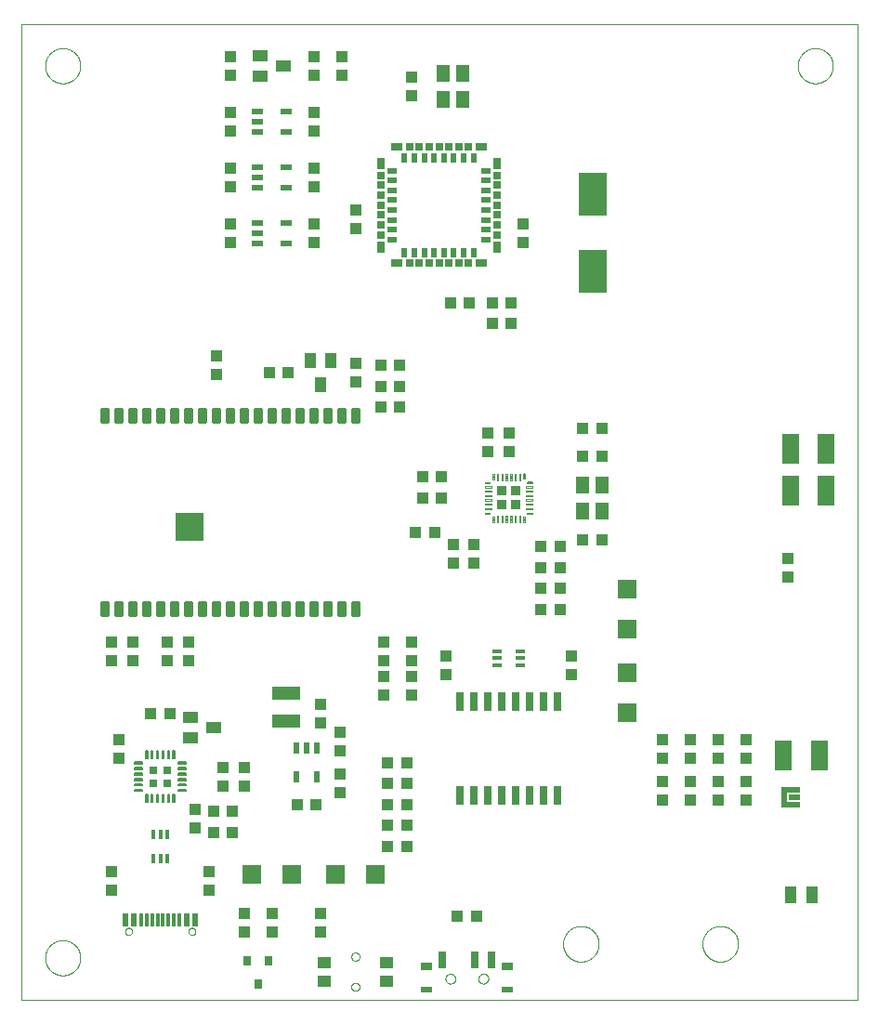
<source format=gtp>
G75*
%MOIN*%
%OFA0B0*%
%FSLAX25Y25*%
%IPPOS*%
%LPD*%
%AMOC8*
5,1,8,0,0,1.08239X$1,22.5*
%
%ADD10C,0.00000*%
%ADD11R,0.05906X0.11024*%
%ADD12R,0.04331X0.03937*%
%ADD13R,0.09843X0.15748*%
%ADD14R,0.03937X0.04331*%
%ADD15R,0.02362X0.04528*%
%ADD16R,0.01181X0.04528*%
%ADD17R,0.06693X0.06693*%
%ADD18R,0.03150X0.03543*%
%ADD19R,0.10039X0.05118*%
%ADD20R,0.09965X0.09974*%
%ADD21C,0.01831*%
%ADD22R,0.04724X0.03937*%
%ADD23R,0.05512X0.03937*%
%ADD24R,0.03937X0.05512*%
%ADD25R,0.04331X0.06299*%
%ADD26R,0.03307X0.01969*%
%ADD27R,0.01969X0.03307*%
%ADD28R,0.02559X0.04331*%
%ADD29R,0.02559X0.02559*%
%ADD30R,0.04331X0.02559*%
%ADD31R,0.07000X0.02200*%
%ADD32R,0.02400X0.07600*%
%ADD33R,0.04000X0.02000*%
%ADD34R,0.02992X0.06693*%
%ADD35R,0.03740X0.01575*%
%ADD36C,0.00433*%
%ADD37C,0.00520*%
%ADD38R,0.03543X0.03543*%
%ADD39R,0.01575X0.03740*%
%ADD40C,0.00551*%
%ADD41R,0.03150X0.03150*%
%ADD42R,0.02165X0.03937*%
%ADD43R,0.03937X0.02165*%
%ADD44R,0.04724X0.05906*%
%ADD45R,0.02756X0.05906*%
%ADD46R,0.03937X0.02362*%
%ADD47R,0.03937X0.03150*%
D10*
X0001394Y0011093D02*
X0001394Y0361093D01*
X0301394Y0361093D01*
X0301394Y0011093D01*
X0001394Y0011093D01*
X0010095Y0026093D02*
X0010097Y0026251D01*
X0010103Y0026409D01*
X0010113Y0026567D01*
X0010127Y0026725D01*
X0010145Y0026882D01*
X0010166Y0027039D01*
X0010192Y0027195D01*
X0010222Y0027351D01*
X0010255Y0027506D01*
X0010293Y0027659D01*
X0010334Y0027812D01*
X0010379Y0027964D01*
X0010428Y0028115D01*
X0010481Y0028264D01*
X0010537Y0028412D01*
X0010597Y0028558D01*
X0010661Y0028703D01*
X0010729Y0028846D01*
X0010800Y0028988D01*
X0010874Y0029128D01*
X0010952Y0029265D01*
X0011034Y0029401D01*
X0011118Y0029535D01*
X0011207Y0029666D01*
X0011298Y0029795D01*
X0011393Y0029922D01*
X0011490Y0030047D01*
X0011591Y0030169D01*
X0011695Y0030288D01*
X0011802Y0030405D01*
X0011912Y0030519D01*
X0012025Y0030630D01*
X0012140Y0030739D01*
X0012258Y0030844D01*
X0012379Y0030946D01*
X0012502Y0031046D01*
X0012628Y0031142D01*
X0012756Y0031235D01*
X0012886Y0031325D01*
X0013019Y0031411D01*
X0013154Y0031495D01*
X0013290Y0031574D01*
X0013429Y0031651D01*
X0013570Y0031723D01*
X0013712Y0031793D01*
X0013856Y0031858D01*
X0014002Y0031920D01*
X0014149Y0031978D01*
X0014298Y0032033D01*
X0014448Y0032084D01*
X0014599Y0032131D01*
X0014751Y0032174D01*
X0014904Y0032213D01*
X0015059Y0032249D01*
X0015214Y0032280D01*
X0015370Y0032308D01*
X0015526Y0032332D01*
X0015683Y0032352D01*
X0015841Y0032368D01*
X0015998Y0032380D01*
X0016157Y0032388D01*
X0016315Y0032392D01*
X0016473Y0032392D01*
X0016631Y0032388D01*
X0016790Y0032380D01*
X0016947Y0032368D01*
X0017105Y0032352D01*
X0017262Y0032332D01*
X0017418Y0032308D01*
X0017574Y0032280D01*
X0017729Y0032249D01*
X0017884Y0032213D01*
X0018037Y0032174D01*
X0018189Y0032131D01*
X0018340Y0032084D01*
X0018490Y0032033D01*
X0018639Y0031978D01*
X0018786Y0031920D01*
X0018932Y0031858D01*
X0019076Y0031793D01*
X0019218Y0031723D01*
X0019359Y0031651D01*
X0019498Y0031574D01*
X0019634Y0031495D01*
X0019769Y0031411D01*
X0019902Y0031325D01*
X0020032Y0031235D01*
X0020160Y0031142D01*
X0020286Y0031046D01*
X0020409Y0030946D01*
X0020530Y0030844D01*
X0020648Y0030739D01*
X0020763Y0030630D01*
X0020876Y0030519D01*
X0020986Y0030405D01*
X0021093Y0030288D01*
X0021197Y0030169D01*
X0021298Y0030047D01*
X0021395Y0029922D01*
X0021490Y0029795D01*
X0021581Y0029666D01*
X0021670Y0029535D01*
X0021754Y0029401D01*
X0021836Y0029265D01*
X0021914Y0029128D01*
X0021988Y0028988D01*
X0022059Y0028846D01*
X0022127Y0028703D01*
X0022191Y0028558D01*
X0022251Y0028412D01*
X0022307Y0028264D01*
X0022360Y0028115D01*
X0022409Y0027964D01*
X0022454Y0027812D01*
X0022495Y0027659D01*
X0022533Y0027506D01*
X0022566Y0027351D01*
X0022596Y0027195D01*
X0022622Y0027039D01*
X0022643Y0026882D01*
X0022661Y0026725D01*
X0022675Y0026567D01*
X0022685Y0026409D01*
X0022691Y0026251D01*
X0022693Y0026093D01*
X0022691Y0025935D01*
X0022685Y0025777D01*
X0022675Y0025619D01*
X0022661Y0025461D01*
X0022643Y0025304D01*
X0022622Y0025147D01*
X0022596Y0024991D01*
X0022566Y0024835D01*
X0022533Y0024680D01*
X0022495Y0024527D01*
X0022454Y0024374D01*
X0022409Y0024222D01*
X0022360Y0024071D01*
X0022307Y0023922D01*
X0022251Y0023774D01*
X0022191Y0023628D01*
X0022127Y0023483D01*
X0022059Y0023340D01*
X0021988Y0023198D01*
X0021914Y0023058D01*
X0021836Y0022921D01*
X0021754Y0022785D01*
X0021670Y0022651D01*
X0021581Y0022520D01*
X0021490Y0022391D01*
X0021395Y0022264D01*
X0021298Y0022139D01*
X0021197Y0022017D01*
X0021093Y0021898D01*
X0020986Y0021781D01*
X0020876Y0021667D01*
X0020763Y0021556D01*
X0020648Y0021447D01*
X0020530Y0021342D01*
X0020409Y0021240D01*
X0020286Y0021140D01*
X0020160Y0021044D01*
X0020032Y0020951D01*
X0019902Y0020861D01*
X0019769Y0020775D01*
X0019634Y0020691D01*
X0019498Y0020612D01*
X0019359Y0020535D01*
X0019218Y0020463D01*
X0019076Y0020393D01*
X0018932Y0020328D01*
X0018786Y0020266D01*
X0018639Y0020208D01*
X0018490Y0020153D01*
X0018340Y0020102D01*
X0018189Y0020055D01*
X0018037Y0020012D01*
X0017884Y0019973D01*
X0017729Y0019937D01*
X0017574Y0019906D01*
X0017418Y0019878D01*
X0017262Y0019854D01*
X0017105Y0019834D01*
X0016947Y0019818D01*
X0016790Y0019806D01*
X0016631Y0019798D01*
X0016473Y0019794D01*
X0016315Y0019794D01*
X0016157Y0019798D01*
X0015998Y0019806D01*
X0015841Y0019818D01*
X0015683Y0019834D01*
X0015526Y0019854D01*
X0015370Y0019878D01*
X0015214Y0019906D01*
X0015059Y0019937D01*
X0014904Y0019973D01*
X0014751Y0020012D01*
X0014599Y0020055D01*
X0014448Y0020102D01*
X0014298Y0020153D01*
X0014149Y0020208D01*
X0014002Y0020266D01*
X0013856Y0020328D01*
X0013712Y0020393D01*
X0013570Y0020463D01*
X0013429Y0020535D01*
X0013290Y0020612D01*
X0013154Y0020691D01*
X0013019Y0020775D01*
X0012886Y0020861D01*
X0012756Y0020951D01*
X0012628Y0021044D01*
X0012502Y0021140D01*
X0012379Y0021240D01*
X0012258Y0021342D01*
X0012140Y0021447D01*
X0012025Y0021556D01*
X0011912Y0021667D01*
X0011802Y0021781D01*
X0011695Y0021898D01*
X0011591Y0022017D01*
X0011490Y0022139D01*
X0011393Y0022264D01*
X0011298Y0022391D01*
X0011207Y0022520D01*
X0011118Y0022651D01*
X0011034Y0022785D01*
X0010952Y0022921D01*
X0010874Y0023058D01*
X0010800Y0023198D01*
X0010729Y0023340D01*
X0010661Y0023483D01*
X0010597Y0023628D01*
X0010537Y0023774D01*
X0010481Y0023922D01*
X0010428Y0024071D01*
X0010379Y0024222D01*
X0010334Y0024374D01*
X0010293Y0024527D01*
X0010255Y0024680D01*
X0010222Y0024835D01*
X0010192Y0024991D01*
X0010166Y0025147D01*
X0010145Y0025304D01*
X0010127Y0025461D01*
X0010113Y0025619D01*
X0010103Y0025777D01*
X0010097Y0025935D01*
X0010095Y0026093D01*
X0038736Y0035581D02*
X0038738Y0035652D01*
X0038744Y0035723D01*
X0038754Y0035794D01*
X0038768Y0035863D01*
X0038785Y0035932D01*
X0038807Y0036000D01*
X0038832Y0036067D01*
X0038861Y0036132D01*
X0038893Y0036195D01*
X0038929Y0036257D01*
X0038968Y0036316D01*
X0039011Y0036373D01*
X0039056Y0036428D01*
X0039105Y0036480D01*
X0039156Y0036529D01*
X0039210Y0036575D01*
X0039267Y0036619D01*
X0039325Y0036659D01*
X0039386Y0036695D01*
X0039449Y0036729D01*
X0039514Y0036758D01*
X0039580Y0036784D01*
X0039648Y0036807D01*
X0039716Y0036825D01*
X0039786Y0036840D01*
X0039856Y0036851D01*
X0039927Y0036858D01*
X0039998Y0036861D01*
X0040069Y0036860D01*
X0040140Y0036855D01*
X0040211Y0036846D01*
X0040281Y0036833D01*
X0040350Y0036817D01*
X0040418Y0036796D01*
X0040485Y0036772D01*
X0040551Y0036744D01*
X0040614Y0036712D01*
X0040676Y0036677D01*
X0040736Y0036639D01*
X0040794Y0036597D01*
X0040849Y0036553D01*
X0040902Y0036505D01*
X0040952Y0036454D01*
X0040999Y0036401D01*
X0041043Y0036345D01*
X0041084Y0036287D01*
X0041122Y0036226D01*
X0041156Y0036164D01*
X0041186Y0036099D01*
X0041213Y0036034D01*
X0041237Y0035966D01*
X0041256Y0035898D01*
X0041272Y0035829D01*
X0041284Y0035758D01*
X0041292Y0035688D01*
X0041296Y0035617D01*
X0041296Y0035545D01*
X0041292Y0035474D01*
X0041284Y0035404D01*
X0041272Y0035333D01*
X0041256Y0035264D01*
X0041237Y0035196D01*
X0041213Y0035128D01*
X0041186Y0035063D01*
X0041156Y0034998D01*
X0041122Y0034936D01*
X0041084Y0034875D01*
X0041043Y0034817D01*
X0040999Y0034761D01*
X0040952Y0034708D01*
X0040902Y0034657D01*
X0040849Y0034609D01*
X0040794Y0034565D01*
X0040736Y0034523D01*
X0040676Y0034485D01*
X0040614Y0034450D01*
X0040551Y0034418D01*
X0040485Y0034390D01*
X0040418Y0034366D01*
X0040350Y0034345D01*
X0040281Y0034329D01*
X0040211Y0034316D01*
X0040140Y0034307D01*
X0040069Y0034302D01*
X0039998Y0034301D01*
X0039927Y0034304D01*
X0039856Y0034311D01*
X0039786Y0034322D01*
X0039716Y0034337D01*
X0039648Y0034355D01*
X0039580Y0034378D01*
X0039514Y0034404D01*
X0039449Y0034433D01*
X0039386Y0034467D01*
X0039325Y0034503D01*
X0039267Y0034543D01*
X0039210Y0034587D01*
X0039156Y0034633D01*
X0039105Y0034682D01*
X0039056Y0034734D01*
X0039011Y0034789D01*
X0038968Y0034846D01*
X0038929Y0034905D01*
X0038893Y0034967D01*
X0038861Y0035030D01*
X0038832Y0035095D01*
X0038807Y0035162D01*
X0038785Y0035230D01*
X0038768Y0035299D01*
X0038754Y0035368D01*
X0038744Y0035439D01*
X0038738Y0035510D01*
X0038736Y0035581D01*
X0061492Y0035581D02*
X0061494Y0035652D01*
X0061500Y0035723D01*
X0061510Y0035794D01*
X0061524Y0035863D01*
X0061541Y0035932D01*
X0061563Y0036000D01*
X0061588Y0036067D01*
X0061617Y0036132D01*
X0061649Y0036195D01*
X0061685Y0036257D01*
X0061724Y0036316D01*
X0061767Y0036373D01*
X0061812Y0036428D01*
X0061861Y0036480D01*
X0061912Y0036529D01*
X0061966Y0036575D01*
X0062023Y0036619D01*
X0062081Y0036659D01*
X0062142Y0036695D01*
X0062205Y0036729D01*
X0062270Y0036758D01*
X0062336Y0036784D01*
X0062404Y0036807D01*
X0062472Y0036825D01*
X0062542Y0036840D01*
X0062612Y0036851D01*
X0062683Y0036858D01*
X0062754Y0036861D01*
X0062825Y0036860D01*
X0062896Y0036855D01*
X0062967Y0036846D01*
X0063037Y0036833D01*
X0063106Y0036817D01*
X0063174Y0036796D01*
X0063241Y0036772D01*
X0063307Y0036744D01*
X0063370Y0036712D01*
X0063432Y0036677D01*
X0063492Y0036639D01*
X0063550Y0036597D01*
X0063605Y0036553D01*
X0063658Y0036505D01*
X0063708Y0036454D01*
X0063755Y0036401D01*
X0063799Y0036345D01*
X0063840Y0036287D01*
X0063878Y0036226D01*
X0063912Y0036164D01*
X0063942Y0036099D01*
X0063969Y0036034D01*
X0063993Y0035966D01*
X0064012Y0035898D01*
X0064028Y0035829D01*
X0064040Y0035758D01*
X0064048Y0035688D01*
X0064052Y0035617D01*
X0064052Y0035545D01*
X0064048Y0035474D01*
X0064040Y0035404D01*
X0064028Y0035333D01*
X0064012Y0035264D01*
X0063993Y0035196D01*
X0063969Y0035128D01*
X0063942Y0035063D01*
X0063912Y0034998D01*
X0063878Y0034936D01*
X0063840Y0034875D01*
X0063799Y0034817D01*
X0063755Y0034761D01*
X0063708Y0034708D01*
X0063658Y0034657D01*
X0063605Y0034609D01*
X0063550Y0034565D01*
X0063492Y0034523D01*
X0063432Y0034485D01*
X0063370Y0034450D01*
X0063307Y0034418D01*
X0063241Y0034390D01*
X0063174Y0034366D01*
X0063106Y0034345D01*
X0063037Y0034329D01*
X0062967Y0034316D01*
X0062896Y0034307D01*
X0062825Y0034302D01*
X0062754Y0034301D01*
X0062683Y0034304D01*
X0062612Y0034311D01*
X0062542Y0034322D01*
X0062472Y0034337D01*
X0062404Y0034355D01*
X0062336Y0034378D01*
X0062270Y0034404D01*
X0062205Y0034433D01*
X0062142Y0034467D01*
X0062081Y0034503D01*
X0062023Y0034543D01*
X0061966Y0034587D01*
X0061912Y0034633D01*
X0061861Y0034682D01*
X0061812Y0034734D01*
X0061767Y0034789D01*
X0061724Y0034846D01*
X0061685Y0034905D01*
X0061649Y0034967D01*
X0061617Y0035030D01*
X0061588Y0035095D01*
X0061563Y0035162D01*
X0061541Y0035230D01*
X0061524Y0035299D01*
X0061510Y0035368D01*
X0061500Y0035439D01*
X0061494Y0035510D01*
X0061492Y0035581D01*
X0119918Y0026506D02*
X0119920Y0026583D01*
X0119926Y0026659D01*
X0119936Y0026735D01*
X0119950Y0026810D01*
X0119967Y0026885D01*
X0119989Y0026958D01*
X0120014Y0027031D01*
X0120044Y0027102D01*
X0120076Y0027171D01*
X0120113Y0027238D01*
X0120152Y0027304D01*
X0120195Y0027367D01*
X0120242Y0027428D01*
X0120291Y0027487D01*
X0120344Y0027543D01*
X0120399Y0027596D01*
X0120457Y0027646D01*
X0120517Y0027693D01*
X0120580Y0027737D01*
X0120645Y0027778D01*
X0120712Y0027815D01*
X0120781Y0027849D01*
X0120851Y0027879D01*
X0120923Y0027905D01*
X0120997Y0027927D01*
X0121071Y0027946D01*
X0121146Y0027961D01*
X0121222Y0027972D01*
X0121298Y0027979D01*
X0121375Y0027982D01*
X0121451Y0027981D01*
X0121528Y0027976D01*
X0121604Y0027967D01*
X0121680Y0027954D01*
X0121754Y0027937D01*
X0121828Y0027917D01*
X0121901Y0027892D01*
X0121972Y0027864D01*
X0122042Y0027832D01*
X0122110Y0027797D01*
X0122176Y0027758D01*
X0122240Y0027716D01*
X0122301Y0027670D01*
X0122361Y0027621D01*
X0122417Y0027570D01*
X0122471Y0027515D01*
X0122522Y0027458D01*
X0122570Y0027398D01*
X0122615Y0027336D01*
X0122656Y0027271D01*
X0122694Y0027205D01*
X0122729Y0027137D01*
X0122759Y0027066D01*
X0122787Y0026995D01*
X0122810Y0026922D01*
X0122830Y0026848D01*
X0122846Y0026773D01*
X0122858Y0026697D01*
X0122866Y0026621D01*
X0122870Y0026544D01*
X0122870Y0026468D01*
X0122866Y0026391D01*
X0122858Y0026315D01*
X0122846Y0026239D01*
X0122830Y0026164D01*
X0122810Y0026090D01*
X0122787Y0026017D01*
X0122759Y0025946D01*
X0122729Y0025875D01*
X0122694Y0025807D01*
X0122656Y0025741D01*
X0122615Y0025676D01*
X0122570Y0025614D01*
X0122522Y0025554D01*
X0122471Y0025497D01*
X0122417Y0025442D01*
X0122361Y0025391D01*
X0122301Y0025342D01*
X0122240Y0025296D01*
X0122176Y0025254D01*
X0122110Y0025215D01*
X0122042Y0025180D01*
X0121972Y0025148D01*
X0121901Y0025120D01*
X0121828Y0025095D01*
X0121754Y0025075D01*
X0121680Y0025058D01*
X0121604Y0025045D01*
X0121528Y0025036D01*
X0121451Y0025031D01*
X0121375Y0025030D01*
X0121298Y0025033D01*
X0121222Y0025040D01*
X0121146Y0025051D01*
X0121071Y0025066D01*
X0120997Y0025085D01*
X0120923Y0025107D01*
X0120851Y0025133D01*
X0120781Y0025163D01*
X0120712Y0025197D01*
X0120645Y0025234D01*
X0120580Y0025275D01*
X0120517Y0025319D01*
X0120457Y0025366D01*
X0120399Y0025416D01*
X0120344Y0025469D01*
X0120291Y0025525D01*
X0120242Y0025584D01*
X0120195Y0025645D01*
X0120152Y0025708D01*
X0120113Y0025774D01*
X0120076Y0025841D01*
X0120044Y0025910D01*
X0120014Y0025981D01*
X0119989Y0026054D01*
X0119967Y0026127D01*
X0119950Y0026202D01*
X0119936Y0026277D01*
X0119926Y0026353D01*
X0119920Y0026429D01*
X0119918Y0026506D01*
X0119918Y0015680D02*
X0119920Y0015757D01*
X0119926Y0015833D01*
X0119936Y0015909D01*
X0119950Y0015984D01*
X0119967Y0016059D01*
X0119989Y0016132D01*
X0120014Y0016205D01*
X0120044Y0016276D01*
X0120076Y0016345D01*
X0120113Y0016412D01*
X0120152Y0016478D01*
X0120195Y0016541D01*
X0120242Y0016602D01*
X0120291Y0016661D01*
X0120344Y0016717D01*
X0120399Y0016770D01*
X0120457Y0016820D01*
X0120517Y0016867D01*
X0120580Y0016911D01*
X0120645Y0016952D01*
X0120712Y0016989D01*
X0120781Y0017023D01*
X0120851Y0017053D01*
X0120923Y0017079D01*
X0120997Y0017101D01*
X0121071Y0017120D01*
X0121146Y0017135D01*
X0121222Y0017146D01*
X0121298Y0017153D01*
X0121375Y0017156D01*
X0121451Y0017155D01*
X0121528Y0017150D01*
X0121604Y0017141D01*
X0121680Y0017128D01*
X0121754Y0017111D01*
X0121828Y0017091D01*
X0121901Y0017066D01*
X0121972Y0017038D01*
X0122042Y0017006D01*
X0122110Y0016971D01*
X0122176Y0016932D01*
X0122240Y0016890D01*
X0122301Y0016844D01*
X0122361Y0016795D01*
X0122417Y0016744D01*
X0122471Y0016689D01*
X0122522Y0016632D01*
X0122570Y0016572D01*
X0122615Y0016510D01*
X0122656Y0016445D01*
X0122694Y0016379D01*
X0122729Y0016311D01*
X0122759Y0016240D01*
X0122787Y0016169D01*
X0122810Y0016096D01*
X0122830Y0016022D01*
X0122846Y0015947D01*
X0122858Y0015871D01*
X0122866Y0015795D01*
X0122870Y0015718D01*
X0122870Y0015642D01*
X0122866Y0015565D01*
X0122858Y0015489D01*
X0122846Y0015413D01*
X0122830Y0015338D01*
X0122810Y0015264D01*
X0122787Y0015191D01*
X0122759Y0015120D01*
X0122729Y0015049D01*
X0122694Y0014981D01*
X0122656Y0014915D01*
X0122615Y0014850D01*
X0122570Y0014788D01*
X0122522Y0014728D01*
X0122471Y0014671D01*
X0122417Y0014616D01*
X0122361Y0014565D01*
X0122301Y0014516D01*
X0122240Y0014470D01*
X0122176Y0014428D01*
X0122110Y0014389D01*
X0122042Y0014354D01*
X0121972Y0014322D01*
X0121901Y0014294D01*
X0121828Y0014269D01*
X0121754Y0014249D01*
X0121680Y0014232D01*
X0121604Y0014219D01*
X0121528Y0014210D01*
X0121451Y0014205D01*
X0121375Y0014204D01*
X0121298Y0014207D01*
X0121222Y0014214D01*
X0121146Y0014225D01*
X0121071Y0014240D01*
X0120997Y0014259D01*
X0120923Y0014281D01*
X0120851Y0014307D01*
X0120781Y0014337D01*
X0120712Y0014371D01*
X0120645Y0014408D01*
X0120580Y0014449D01*
X0120517Y0014493D01*
X0120457Y0014540D01*
X0120399Y0014590D01*
X0120344Y0014643D01*
X0120291Y0014699D01*
X0120242Y0014758D01*
X0120195Y0014819D01*
X0120152Y0014882D01*
X0120113Y0014948D01*
X0120076Y0015015D01*
X0120044Y0015084D01*
X0120014Y0015155D01*
X0119989Y0015228D01*
X0119967Y0015301D01*
X0119950Y0015376D01*
X0119936Y0015451D01*
X0119926Y0015527D01*
X0119920Y0015603D01*
X0119918Y0015680D01*
X0153716Y0018593D02*
X0153718Y0018677D01*
X0153724Y0018760D01*
X0153734Y0018843D01*
X0153748Y0018926D01*
X0153765Y0019008D01*
X0153787Y0019089D01*
X0153812Y0019168D01*
X0153841Y0019247D01*
X0153874Y0019324D01*
X0153910Y0019399D01*
X0153950Y0019473D01*
X0153993Y0019545D01*
X0154040Y0019614D01*
X0154090Y0019681D01*
X0154143Y0019746D01*
X0154199Y0019808D01*
X0154257Y0019868D01*
X0154319Y0019925D01*
X0154383Y0019978D01*
X0154450Y0020029D01*
X0154519Y0020076D01*
X0154590Y0020121D01*
X0154663Y0020161D01*
X0154738Y0020198D01*
X0154815Y0020232D01*
X0154893Y0020262D01*
X0154972Y0020288D01*
X0155053Y0020311D01*
X0155135Y0020329D01*
X0155217Y0020344D01*
X0155300Y0020355D01*
X0155383Y0020362D01*
X0155467Y0020365D01*
X0155551Y0020364D01*
X0155634Y0020359D01*
X0155718Y0020350D01*
X0155800Y0020337D01*
X0155882Y0020321D01*
X0155963Y0020300D01*
X0156044Y0020276D01*
X0156122Y0020248D01*
X0156200Y0020216D01*
X0156276Y0020180D01*
X0156350Y0020141D01*
X0156422Y0020099D01*
X0156492Y0020053D01*
X0156560Y0020004D01*
X0156625Y0019952D01*
X0156688Y0019897D01*
X0156748Y0019839D01*
X0156806Y0019778D01*
X0156860Y0019714D01*
X0156912Y0019648D01*
X0156960Y0019580D01*
X0157005Y0019509D01*
X0157046Y0019436D01*
X0157085Y0019362D01*
X0157119Y0019286D01*
X0157150Y0019208D01*
X0157177Y0019129D01*
X0157201Y0019048D01*
X0157220Y0018967D01*
X0157236Y0018885D01*
X0157248Y0018802D01*
X0157256Y0018718D01*
X0157260Y0018635D01*
X0157260Y0018551D01*
X0157256Y0018468D01*
X0157248Y0018384D01*
X0157236Y0018301D01*
X0157220Y0018219D01*
X0157201Y0018138D01*
X0157177Y0018057D01*
X0157150Y0017978D01*
X0157119Y0017900D01*
X0157085Y0017824D01*
X0157046Y0017750D01*
X0157005Y0017677D01*
X0156960Y0017606D01*
X0156912Y0017538D01*
X0156860Y0017472D01*
X0156806Y0017408D01*
X0156748Y0017347D01*
X0156688Y0017289D01*
X0156625Y0017234D01*
X0156560Y0017182D01*
X0156492Y0017133D01*
X0156422Y0017087D01*
X0156350Y0017045D01*
X0156276Y0017006D01*
X0156200Y0016970D01*
X0156122Y0016938D01*
X0156044Y0016910D01*
X0155963Y0016886D01*
X0155882Y0016865D01*
X0155800Y0016849D01*
X0155718Y0016836D01*
X0155634Y0016827D01*
X0155551Y0016822D01*
X0155467Y0016821D01*
X0155383Y0016824D01*
X0155300Y0016831D01*
X0155217Y0016842D01*
X0155135Y0016857D01*
X0155053Y0016875D01*
X0154972Y0016898D01*
X0154893Y0016924D01*
X0154815Y0016954D01*
X0154738Y0016988D01*
X0154663Y0017025D01*
X0154590Y0017065D01*
X0154519Y0017110D01*
X0154450Y0017157D01*
X0154383Y0017208D01*
X0154319Y0017261D01*
X0154257Y0017318D01*
X0154199Y0017378D01*
X0154143Y0017440D01*
X0154090Y0017505D01*
X0154040Y0017572D01*
X0153993Y0017641D01*
X0153950Y0017713D01*
X0153910Y0017787D01*
X0153874Y0017862D01*
X0153841Y0017939D01*
X0153812Y0018018D01*
X0153787Y0018097D01*
X0153765Y0018178D01*
X0153748Y0018260D01*
X0153734Y0018343D01*
X0153724Y0018426D01*
X0153718Y0018509D01*
X0153716Y0018593D01*
X0165527Y0018593D02*
X0165529Y0018677D01*
X0165535Y0018760D01*
X0165545Y0018843D01*
X0165559Y0018926D01*
X0165576Y0019008D01*
X0165598Y0019089D01*
X0165623Y0019168D01*
X0165652Y0019247D01*
X0165685Y0019324D01*
X0165721Y0019399D01*
X0165761Y0019473D01*
X0165804Y0019545D01*
X0165851Y0019614D01*
X0165901Y0019681D01*
X0165954Y0019746D01*
X0166010Y0019808D01*
X0166068Y0019868D01*
X0166130Y0019925D01*
X0166194Y0019978D01*
X0166261Y0020029D01*
X0166330Y0020076D01*
X0166401Y0020121D01*
X0166474Y0020161D01*
X0166549Y0020198D01*
X0166626Y0020232D01*
X0166704Y0020262D01*
X0166783Y0020288D01*
X0166864Y0020311D01*
X0166946Y0020329D01*
X0167028Y0020344D01*
X0167111Y0020355D01*
X0167194Y0020362D01*
X0167278Y0020365D01*
X0167362Y0020364D01*
X0167445Y0020359D01*
X0167529Y0020350D01*
X0167611Y0020337D01*
X0167693Y0020321D01*
X0167774Y0020300D01*
X0167855Y0020276D01*
X0167933Y0020248D01*
X0168011Y0020216D01*
X0168087Y0020180D01*
X0168161Y0020141D01*
X0168233Y0020099D01*
X0168303Y0020053D01*
X0168371Y0020004D01*
X0168436Y0019952D01*
X0168499Y0019897D01*
X0168559Y0019839D01*
X0168617Y0019778D01*
X0168671Y0019714D01*
X0168723Y0019648D01*
X0168771Y0019580D01*
X0168816Y0019509D01*
X0168857Y0019436D01*
X0168896Y0019362D01*
X0168930Y0019286D01*
X0168961Y0019208D01*
X0168988Y0019129D01*
X0169012Y0019048D01*
X0169031Y0018967D01*
X0169047Y0018885D01*
X0169059Y0018802D01*
X0169067Y0018718D01*
X0169071Y0018635D01*
X0169071Y0018551D01*
X0169067Y0018468D01*
X0169059Y0018384D01*
X0169047Y0018301D01*
X0169031Y0018219D01*
X0169012Y0018138D01*
X0168988Y0018057D01*
X0168961Y0017978D01*
X0168930Y0017900D01*
X0168896Y0017824D01*
X0168857Y0017750D01*
X0168816Y0017677D01*
X0168771Y0017606D01*
X0168723Y0017538D01*
X0168671Y0017472D01*
X0168617Y0017408D01*
X0168559Y0017347D01*
X0168499Y0017289D01*
X0168436Y0017234D01*
X0168371Y0017182D01*
X0168303Y0017133D01*
X0168233Y0017087D01*
X0168161Y0017045D01*
X0168087Y0017006D01*
X0168011Y0016970D01*
X0167933Y0016938D01*
X0167855Y0016910D01*
X0167774Y0016886D01*
X0167693Y0016865D01*
X0167611Y0016849D01*
X0167529Y0016836D01*
X0167445Y0016827D01*
X0167362Y0016822D01*
X0167278Y0016821D01*
X0167194Y0016824D01*
X0167111Y0016831D01*
X0167028Y0016842D01*
X0166946Y0016857D01*
X0166864Y0016875D01*
X0166783Y0016898D01*
X0166704Y0016924D01*
X0166626Y0016954D01*
X0166549Y0016988D01*
X0166474Y0017025D01*
X0166401Y0017065D01*
X0166330Y0017110D01*
X0166261Y0017157D01*
X0166194Y0017208D01*
X0166130Y0017261D01*
X0166068Y0017318D01*
X0166010Y0017378D01*
X0165954Y0017440D01*
X0165901Y0017505D01*
X0165851Y0017572D01*
X0165804Y0017641D01*
X0165761Y0017713D01*
X0165721Y0017787D01*
X0165685Y0017862D01*
X0165652Y0017939D01*
X0165623Y0018018D01*
X0165598Y0018097D01*
X0165576Y0018178D01*
X0165559Y0018260D01*
X0165545Y0018343D01*
X0165535Y0018426D01*
X0165529Y0018509D01*
X0165527Y0018593D01*
X0195901Y0031093D02*
X0195903Y0031253D01*
X0195909Y0031412D01*
X0195919Y0031571D01*
X0195933Y0031730D01*
X0195951Y0031889D01*
X0195972Y0032047D01*
X0195998Y0032204D01*
X0196028Y0032361D01*
X0196061Y0032517D01*
X0196099Y0032672D01*
X0196140Y0032826D01*
X0196185Y0032979D01*
X0196234Y0033131D01*
X0196287Y0033281D01*
X0196343Y0033430D01*
X0196403Y0033578D01*
X0196467Y0033724D01*
X0196535Y0033869D01*
X0196606Y0034012D01*
X0196680Y0034153D01*
X0196758Y0034292D01*
X0196840Y0034429D01*
X0196925Y0034564D01*
X0197013Y0034697D01*
X0197104Y0034828D01*
X0197199Y0034956D01*
X0197297Y0035082D01*
X0197398Y0035206D01*
X0197502Y0035326D01*
X0197609Y0035445D01*
X0197719Y0035560D01*
X0197832Y0035673D01*
X0197947Y0035783D01*
X0198066Y0035890D01*
X0198186Y0035994D01*
X0198310Y0036095D01*
X0198436Y0036193D01*
X0198564Y0036288D01*
X0198695Y0036379D01*
X0198828Y0036467D01*
X0198963Y0036552D01*
X0199100Y0036634D01*
X0199239Y0036712D01*
X0199380Y0036786D01*
X0199523Y0036857D01*
X0199668Y0036925D01*
X0199814Y0036989D01*
X0199962Y0037049D01*
X0200111Y0037105D01*
X0200261Y0037158D01*
X0200413Y0037207D01*
X0200566Y0037252D01*
X0200720Y0037293D01*
X0200875Y0037331D01*
X0201031Y0037364D01*
X0201188Y0037394D01*
X0201345Y0037420D01*
X0201503Y0037441D01*
X0201662Y0037459D01*
X0201821Y0037473D01*
X0201980Y0037483D01*
X0202139Y0037489D01*
X0202299Y0037491D01*
X0202459Y0037489D01*
X0202618Y0037483D01*
X0202777Y0037473D01*
X0202936Y0037459D01*
X0203095Y0037441D01*
X0203253Y0037420D01*
X0203410Y0037394D01*
X0203567Y0037364D01*
X0203723Y0037331D01*
X0203878Y0037293D01*
X0204032Y0037252D01*
X0204185Y0037207D01*
X0204337Y0037158D01*
X0204487Y0037105D01*
X0204636Y0037049D01*
X0204784Y0036989D01*
X0204930Y0036925D01*
X0205075Y0036857D01*
X0205218Y0036786D01*
X0205359Y0036712D01*
X0205498Y0036634D01*
X0205635Y0036552D01*
X0205770Y0036467D01*
X0205903Y0036379D01*
X0206034Y0036288D01*
X0206162Y0036193D01*
X0206288Y0036095D01*
X0206412Y0035994D01*
X0206532Y0035890D01*
X0206651Y0035783D01*
X0206766Y0035673D01*
X0206879Y0035560D01*
X0206989Y0035445D01*
X0207096Y0035326D01*
X0207200Y0035206D01*
X0207301Y0035082D01*
X0207399Y0034956D01*
X0207494Y0034828D01*
X0207585Y0034697D01*
X0207673Y0034564D01*
X0207758Y0034429D01*
X0207840Y0034292D01*
X0207918Y0034153D01*
X0207992Y0034012D01*
X0208063Y0033869D01*
X0208131Y0033724D01*
X0208195Y0033578D01*
X0208255Y0033430D01*
X0208311Y0033281D01*
X0208364Y0033131D01*
X0208413Y0032979D01*
X0208458Y0032826D01*
X0208499Y0032672D01*
X0208537Y0032517D01*
X0208570Y0032361D01*
X0208600Y0032204D01*
X0208626Y0032047D01*
X0208647Y0031889D01*
X0208665Y0031730D01*
X0208679Y0031571D01*
X0208689Y0031412D01*
X0208695Y0031253D01*
X0208697Y0031093D01*
X0208695Y0030933D01*
X0208689Y0030774D01*
X0208679Y0030615D01*
X0208665Y0030456D01*
X0208647Y0030297D01*
X0208626Y0030139D01*
X0208600Y0029982D01*
X0208570Y0029825D01*
X0208537Y0029669D01*
X0208499Y0029514D01*
X0208458Y0029360D01*
X0208413Y0029207D01*
X0208364Y0029055D01*
X0208311Y0028905D01*
X0208255Y0028756D01*
X0208195Y0028608D01*
X0208131Y0028462D01*
X0208063Y0028317D01*
X0207992Y0028174D01*
X0207918Y0028033D01*
X0207840Y0027894D01*
X0207758Y0027757D01*
X0207673Y0027622D01*
X0207585Y0027489D01*
X0207494Y0027358D01*
X0207399Y0027230D01*
X0207301Y0027104D01*
X0207200Y0026980D01*
X0207096Y0026860D01*
X0206989Y0026741D01*
X0206879Y0026626D01*
X0206766Y0026513D01*
X0206651Y0026403D01*
X0206532Y0026296D01*
X0206412Y0026192D01*
X0206288Y0026091D01*
X0206162Y0025993D01*
X0206034Y0025898D01*
X0205903Y0025807D01*
X0205770Y0025719D01*
X0205635Y0025634D01*
X0205498Y0025552D01*
X0205359Y0025474D01*
X0205218Y0025400D01*
X0205075Y0025329D01*
X0204930Y0025261D01*
X0204784Y0025197D01*
X0204636Y0025137D01*
X0204487Y0025081D01*
X0204337Y0025028D01*
X0204185Y0024979D01*
X0204032Y0024934D01*
X0203878Y0024893D01*
X0203723Y0024855D01*
X0203567Y0024822D01*
X0203410Y0024792D01*
X0203253Y0024766D01*
X0203095Y0024745D01*
X0202936Y0024727D01*
X0202777Y0024713D01*
X0202618Y0024703D01*
X0202459Y0024697D01*
X0202299Y0024695D01*
X0202139Y0024697D01*
X0201980Y0024703D01*
X0201821Y0024713D01*
X0201662Y0024727D01*
X0201503Y0024745D01*
X0201345Y0024766D01*
X0201188Y0024792D01*
X0201031Y0024822D01*
X0200875Y0024855D01*
X0200720Y0024893D01*
X0200566Y0024934D01*
X0200413Y0024979D01*
X0200261Y0025028D01*
X0200111Y0025081D01*
X0199962Y0025137D01*
X0199814Y0025197D01*
X0199668Y0025261D01*
X0199523Y0025329D01*
X0199380Y0025400D01*
X0199239Y0025474D01*
X0199100Y0025552D01*
X0198963Y0025634D01*
X0198828Y0025719D01*
X0198695Y0025807D01*
X0198564Y0025898D01*
X0198436Y0025993D01*
X0198310Y0026091D01*
X0198186Y0026192D01*
X0198066Y0026296D01*
X0197947Y0026403D01*
X0197832Y0026513D01*
X0197719Y0026626D01*
X0197609Y0026741D01*
X0197502Y0026860D01*
X0197398Y0026980D01*
X0197297Y0027104D01*
X0197199Y0027230D01*
X0197104Y0027358D01*
X0197013Y0027489D01*
X0196925Y0027622D01*
X0196840Y0027757D01*
X0196758Y0027894D01*
X0196680Y0028033D01*
X0196606Y0028174D01*
X0196535Y0028317D01*
X0196467Y0028462D01*
X0196403Y0028608D01*
X0196343Y0028756D01*
X0196287Y0028905D01*
X0196234Y0029055D01*
X0196185Y0029207D01*
X0196140Y0029360D01*
X0196099Y0029514D01*
X0196061Y0029669D01*
X0196028Y0029825D01*
X0195998Y0029982D01*
X0195972Y0030139D01*
X0195951Y0030297D01*
X0195933Y0030456D01*
X0195919Y0030615D01*
X0195909Y0030774D01*
X0195903Y0030933D01*
X0195901Y0031093D01*
X0245901Y0031093D02*
X0245903Y0031253D01*
X0245909Y0031412D01*
X0245919Y0031571D01*
X0245933Y0031730D01*
X0245951Y0031889D01*
X0245972Y0032047D01*
X0245998Y0032204D01*
X0246028Y0032361D01*
X0246061Y0032517D01*
X0246099Y0032672D01*
X0246140Y0032826D01*
X0246185Y0032979D01*
X0246234Y0033131D01*
X0246287Y0033281D01*
X0246343Y0033430D01*
X0246403Y0033578D01*
X0246467Y0033724D01*
X0246535Y0033869D01*
X0246606Y0034012D01*
X0246680Y0034153D01*
X0246758Y0034292D01*
X0246840Y0034429D01*
X0246925Y0034564D01*
X0247013Y0034697D01*
X0247104Y0034828D01*
X0247199Y0034956D01*
X0247297Y0035082D01*
X0247398Y0035206D01*
X0247502Y0035326D01*
X0247609Y0035445D01*
X0247719Y0035560D01*
X0247832Y0035673D01*
X0247947Y0035783D01*
X0248066Y0035890D01*
X0248186Y0035994D01*
X0248310Y0036095D01*
X0248436Y0036193D01*
X0248564Y0036288D01*
X0248695Y0036379D01*
X0248828Y0036467D01*
X0248963Y0036552D01*
X0249100Y0036634D01*
X0249239Y0036712D01*
X0249380Y0036786D01*
X0249523Y0036857D01*
X0249668Y0036925D01*
X0249814Y0036989D01*
X0249962Y0037049D01*
X0250111Y0037105D01*
X0250261Y0037158D01*
X0250413Y0037207D01*
X0250566Y0037252D01*
X0250720Y0037293D01*
X0250875Y0037331D01*
X0251031Y0037364D01*
X0251188Y0037394D01*
X0251345Y0037420D01*
X0251503Y0037441D01*
X0251662Y0037459D01*
X0251821Y0037473D01*
X0251980Y0037483D01*
X0252139Y0037489D01*
X0252299Y0037491D01*
X0252459Y0037489D01*
X0252618Y0037483D01*
X0252777Y0037473D01*
X0252936Y0037459D01*
X0253095Y0037441D01*
X0253253Y0037420D01*
X0253410Y0037394D01*
X0253567Y0037364D01*
X0253723Y0037331D01*
X0253878Y0037293D01*
X0254032Y0037252D01*
X0254185Y0037207D01*
X0254337Y0037158D01*
X0254487Y0037105D01*
X0254636Y0037049D01*
X0254784Y0036989D01*
X0254930Y0036925D01*
X0255075Y0036857D01*
X0255218Y0036786D01*
X0255359Y0036712D01*
X0255498Y0036634D01*
X0255635Y0036552D01*
X0255770Y0036467D01*
X0255903Y0036379D01*
X0256034Y0036288D01*
X0256162Y0036193D01*
X0256288Y0036095D01*
X0256412Y0035994D01*
X0256532Y0035890D01*
X0256651Y0035783D01*
X0256766Y0035673D01*
X0256879Y0035560D01*
X0256989Y0035445D01*
X0257096Y0035326D01*
X0257200Y0035206D01*
X0257301Y0035082D01*
X0257399Y0034956D01*
X0257494Y0034828D01*
X0257585Y0034697D01*
X0257673Y0034564D01*
X0257758Y0034429D01*
X0257840Y0034292D01*
X0257918Y0034153D01*
X0257992Y0034012D01*
X0258063Y0033869D01*
X0258131Y0033724D01*
X0258195Y0033578D01*
X0258255Y0033430D01*
X0258311Y0033281D01*
X0258364Y0033131D01*
X0258413Y0032979D01*
X0258458Y0032826D01*
X0258499Y0032672D01*
X0258537Y0032517D01*
X0258570Y0032361D01*
X0258600Y0032204D01*
X0258626Y0032047D01*
X0258647Y0031889D01*
X0258665Y0031730D01*
X0258679Y0031571D01*
X0258689Y0031412D01*
X0258695Y0031253D01*
X0258697Y0031093D01*
X0258695Y0030933D01*
X0258689Y0030774D01*
X0258679Y0030615D01*
X0258665Y0030456D01*
X0258647Y0030297D01*
X0258626Y0030139D01*
X0258600Y0029982D01*
X0258570Y0029825D01*
X0258537Y0029669D01*
X0258499Y0029514D01*
X0258458Y0029360D01*
X0258413Y0029207D01*
X0258364Y0029055D01*
X0258311Y0028905D01*
X0258255Y0028756D01*
X0258195Y0028608D01*
X0258131Y0028462D01*
X0258063Y0028317D01*
X0257992Y0028174D01*
X0257918Y0028033D01*
X0257840Y0027894D01*
X0257758Y0027757D01*
X0257673Y0027622D01*
X0257585Y0027489D01*
X0257494Y0027358D01*
X0257399Y0027230D01*
X0257301Y0027104D01*
X0257200Y0026980D01*
X0257096Y0026860D01*
X0256989Y0026741D01*
X0256879Y0026626D01*
X0256766Y0026513D01*
X0256651Y0026403D01*
X0256532Y0026296D01*
X0256412Y0026192D01*
X0256288Y0026091D01*
X0256162Y0025993D01*
X0256034Y0025898D01*
X0255903Y0025807D01*
X0255770Y0025719D01*
X0255635Y0025634D01*
X0255498Y0025552D01*
X0255359Y0025474D01*
X0255218Y0025400D01*
X0255075Y0025329D01*
X0254930Y0025261D01*
X0254784Y0025197D01*
X0254636Y0025137D01*
X0254487Y0025081D01*
X0254337Y0025028D01*
X0254185Y0024979D01*
X0254032Y0024934D01*
X0253878Y0024893D01*
X0253723Y0024855D01*
X0253567Y0024822D01*
X0253410Y0024792D01*
X0253253Y0024766D01*
X0253095Y0024745D01*
X0252936Y0024727D01*
X0252777Y0024713D01*
X0252618Y0024703D01*
X0252459Y0024697D01*
X0252299Y0024695D01*
X0252139Y0024697D01*
X0251980Y0024703D01*
X0251821Y0024713D01*
X0251662Y0024727D01*
X0251503Y0024745D01*
X0251345Y0024766D01*
X0251188Y0024792D01*
X0251031Y0024822D01*
X0250875Y0024855D01*
X0250720Y0024893D01*
X0250566Y0024934D01*
X0250413Y0024979D01*
X0250261Y0025028D01*
X0250111Y0025081D01*
X0249962Y0025137D01*
X0249814Y0025197D01*
X0249668Y0025261D01*
X0249523Y0025329D01*
X0249380Y0025400D01*
X0249239Y0025474D01*
X0249100Y0025552D01*
X0248963Y0025634D01*
X0248828Y0025719D01*
X0248695Y0025807D01*
X0248564Y0025898D01*
X0248436Y0025993D01*
X0248310Y0026091D01*
X0248186Y0026192D01*
X0248066Y0026296D01*
X0247947Y0026403D01*
X0247832Y0026513D01*
X0247719Y0026626D01*
X0247609Y0026741D01*
X0247502Y0026860D01*
X0247398Y0026980D01*
X0247297Y0027104D01*
X0247199Y0027230D01*
X0247104Y0027358D01*
X0247013Y0027489D01*
X0246925Y0027622D01*
X0246840Y0027757D01*
X0246758Y0027894D01*
X0246680Y0028033D01*
X0246606Y0028174D01*
X0246535Y0028317D01*
X0246467Y0028462D01*
X0246403Y0028608D01*
X0246343Y0028756D01*
X0246287Y0028905D01*
X0246234Y0029055D01*
X0246185Y0029207D01*
X0246140Y0029360D01*
X0246099Y0029514D01*
X0246061Y0029669D01*
X0246028Y0029825D01*
X0245998Y0029982D01*
X0245972Y0030139D01*
X0245951Y0030297D01*
X0245933Y0030456D01*
X0245919Y0030615D01*
X0245909Y0030774D01*
X0245903Y0030933D01*
X0245901Y0031093D01*
X0280095Y0346093D02*
X0280097Y0346251D01*
X0280103Y0346409D01*
X0280113Y0346567D01*
X0280127Y0346725D01*
X0280145Y0346882D01*
X0280166Y0347039D01*
X0280192Y0347195D01*
X0280222Y0347351D01*
X0280255Y0347506D01*
X0280293Y0347659D01*
X0280334Y0347812D01*
X0280379Y0347964D01*
X0280428Y0348115D01*
X0280481Y0348264D01*
X0280537Y0348412D01*
X0280597Y0348558D01*
X0280661Y0348703D01*
X0280729Y0348846D01*
X0280800Y0348988D01*
X0280874Y0349128D01*
X0280952Y0349265D01*
X0281034Y0349401D01*
X0281118Y0349535D01*
X0281207Y0349666D01*
X0281298Y0349795D01*
X0281393Y0349922D01*
X0281490Y0350047D01*
X0281591Y0350169D01*
X0281695Y0350288D01*
X0281802Y0350405D01*
X0281912Y0350519D01*
X0282025Y0350630D01*
X0282140Y0350739D01*
X0282258Y0350844D01*
X0282379Y0350946D01*
X0282502Y0351046D01*
X0282628Y0351142D01*
X0282756Y0351235D01*
X0282886Y0351325D01*
X0283019Y0351411D01*
X0283154Y0351495D01*
X0283290Y0351574D01*
X0283429Y0351651D01*
X0283570Y0351723D01*
X0283712Y0351793D01*
X0283856Y0351858D01*
X0284002Y0351920D01*
X0284149Y0351978D01*
X0284298Y0352033D01*
X0284448Y0352084D01*
X0284599Y0352131D01*
X0284751Y0352174D01*
X0284904Y0352213D01*
X0285059Y0352249D01*
X0285214Y0352280D01*
X0285370Y0352308D01*
X0285526Y0352332D01*
X0285683Y0352352D01*
X0285841Y0352368D01*
X0285998Y0352380D01*
X0286157Y0352388D01*
X0286315Y0352392D01*
X0286473Y0352392D01*
X0286631Y0352388D01*
X0286790Y0352380D01*
X0286947Y0352368D01*
X0287105Y0352352D01*
X0287262Y0352332D01*
X0287418Y0352308D01*
X0287574Y0352280D01*
X0287729Y0352249D01*
X0287884Y0352213D01*
X0288037Y0352174D01*
X0288189Y0352131D01*
X0288340Y0352084D01*
X0288490Y0352033D01*
X0288639Y0351978D01*
X0288786Y0351920D01*
X0288932Y0351858D01*
X0289076Y0351793D01*
X0289218Y0351723D01*
X0289359Y0351651D01*
X0289498Y0351574D01*
X0289634Y0351495D01*
X0289769Y0351411D01*
X0289902Y0351325D01*
X0290032Y0351235D01*
X0290160Y0351142D01*
X0290286Y0351046D01*
X0290409Y0350946D01*
X0290530Y0350844D01*
X0290648Y0350739D01*
X0290763Y0350630D01*
X0290876Y0350519D01*
X0290986Y0350405D01*
X0291093Y0350288D01*
X0291197Y0350169D01*
X0291298Y0350047D01*
X0291395Y0349922D01*
X0291490Y0349795D01*
X0291581Y0349666D01*
X0291670Y0349535D01*
X0291754Y0349401D01*
X0291836Y0349265D01*
X0291914Y0349128D01*
X0291988Y0348988D01*
X0292059Y0348846D01*
X0292127Y0348703D01*
X0292191Y0348558D01*
X0292251Y0348412D01*
X0292307Y0348264D01*
X0292360Y0348115D01*
X0292409Y0347964D01*
X0292454Y0347812D01*
X0292495Y0347659D01*
X0292533Y0347506D01*
X0292566Y0347351D01*
X0292596Y0347195D01*
X0292622Y0347039D01*
X0292643Y0346882D01*
X0292661Y0346725D01*
X0292675Y0346567D01*
X0292685Y0346409D01*
X0292691Y0346251D01*
X0292693Y0346093D01*
X0292691Y0345935D01*
X0292685Y0345777D01*
X0292675Y0345619D01*
X0292661Y0345461D01*
X0292643Y0345304D01*
X0292622Y0345147D01*
X0292596Y0344991D01*
X0292566Y0344835D01*
X0292533Y0344680D01*
X0292495Y0344527D01*
X0292454Y0344374D01*
X0292409Y0344222D01*
X0292360Y0344071D01*
X0292307Y0343922D01*
X0292251Y0343774D01*
X0292191Y0343628D01*
X0292127Y0343483D01*
X0292059Y0343340D01*
X0291988Y0343198D01*
X0291914Y0343058D01*
X0291836Y0342921D01*
X0291754Y0342785D01*
X0291670Y0342651D01*
X0291581Y0342520D01*
X0291490Y0342391D01*
X0291395Y0342264D01*
X0291298Y0342139D01*
X0291197Y0342017D01*
X0291093Y0341898D01*
X0290986Y0341781D01*
X0290876Y0341667D01*
X0290763Y0341556D01*
X0290648Y0341447D01*
X0290530Y0341342D01*
X0290409Y0341240D01*
X0290286Y0341140D01*
X0290160Y0341044D01*
X0290032Y0340951D01*
X0289902Y0340861D01*
X0289769Y0340775D01*
X0289634Y0340691D01*
X0289498Y0340612D01*
X0289359Y0340535D01*
X0289218Y0340463D01*
X0289076Y0340393D01*
X0288932Y0340328D01*
X0288786Y0340266D01*
X0288639Y0340208D01*
X0288490Y0340153D01*
X0288340Y0340102D01*
X0288189Y0340055D01*
X0288037Y0340012D01*
X0287884Y0339973D01*
X0287729Y0339937D01*
X0287574Y0339906D01*
X0287418Y0339878D01*
X0287262Y0339854D01*
X0287105Y0339834D01*
X0286947Y0339818D01*
X0286790Y0339806D01*
X0286631Y0339798D01*
X0286473Y0339794D01*
X0286315Y0339794D01*
X0286157Y0339798D01*
X0285998Y0339806D01*
X0285841Y0339818D01*
X0285683Y0339834D01*
X0285526Y0339854D01*
X0285370Y0339878D01*
X0285214Y0339906D01*
X0285059Y0339937D01*
X0284904Y0339973D01*
X0284751Y0340012D01*
X0284599Y0340055D01*
X0284448Y0340102D01*
X0284298Y0340153D01*
X0284149Y0340208D01*
X0284002Y0340266D01*
X0283856Y0340328D01*
X0283712Y0340393D01*
X0283570Y0340463D01*
X0283429Y0340535D01*
X0283290Y0340612D01*
X0283154Y0340691D01*
X0283019Y0340775D01*
X0282886Y0340861D01*
X0282756Y0340951D01*
X0282628Y0341044D01*
X0282502Y0341140D01*
X0282379Y0341240D01*
X0282258Y0341342D01*
X0282140Y0341447D01*
X0282025Y0341556D01*
X0281912Y0341667D01*
X0281802Y0341781D01*
X0281695Y0341898D01*
X0281591Y0342017D01*
X0281490Y0342139D01*
X0281393Y0342264D01*
X0281298Y0342391D01*
X0281207Y0342520D01*
X0281118Y0342651D01*
X0281034Y0342785D01*
X0280952Y0342921D01*
X0280874Y0343058D01*
X0280800Y0343198D01*
X0280729Y0343340D01*
X0280661Y0343483D01*
X0280597Y0343628D01*
X0280537Y0343774D01*
X0280481Y0343922D01*
X0280428Y0344071D01*
X0280379Y0344222D01*
X0280334Y0344374D01*
X0280293Y0344527D01*
X0280255Y0344680D01*
X0280222Y0344835D01*
X0280192Y0344991D01*
X0280166Y0345147D01*
X0280145Y0345304D01*
X0280127Y0345461D01*
X0280113Y0345619D01*
X0280103Y0345777D01*
X0280097Y0345935D01*
X0280095Y0346093D01*
X0010095Y0346093D02*
X0010097Y0346251D01*
X0010103Y0346409D01*
X0010113Y0346567D01*
X0010127Y0346725D01*
X0010145Y0346882D01*
X0010166Y0347039D01*
X0010192Y0347195D01*
X0010222Y0347351D01*
X0010255Y0347506D01*
X0010293Y0347659D01*
X0010334Y0347812D01*
X0010379Y0347964D01*
X0010428Y0348115D01*
X0010481Y0348264D01*
X0010537Y0348412D01*
X0010597Y0348558D01*
X0010661Y0348703D01*
X0010729Y0348846D01*
X0010800Y0348988D01*
X0010874Y0349128D01*
X0010952Y0349265D01*
X0011034Y0349401D01*
X0011118Y0349535D01*
X0011207Y0349666D01*
X0011298Y0349795D01*
X0011393Y0349922D01*
X0011490Y0350047D01*
X0011591Y0350169D01*
X0011695Y0350288D01*
X0011802Y0350405D01*
X0011912Y0350519D01*
X0012025Y0350630D01*
X0012140Y0350739D01*
X0012258Y0350844D01*
X0012379Y0350946D01*
X0012502Y0351046D01*
X0012628Y0351142D01*
X0012756Y0351235D01*
X0012886Y0351325D01*
X0013019Y0351411D01*
X0013154Y0351495D01*
X0013290Y0351574D01*
X0013429Y0351651D01*
X0013570Y0351723D01*
X0013712Y0351793D01*
X0013856Y0351858D01*
X0014002Y0351920D01*
X0014149Y0351978D01*
X0014298Y0352033D01*
X0014448Y0352084D01*
X0014599Y0352131D01*
X0014751Y0352174D01*
X0014904Y0352213D01*
X0015059Y0352249D01*
X0015214Y0352280D01*
X0015370Y0352308D01*
X0015526Y0352332D01*
X0015683Y0352352D01*
X0015841Y0352368D01*
X0015998Y0352380D01*
X0016157Y0352388D01*
X0016315Y0352392D01*
X0016473Y0352392D01*
X0016631Y0352388D01*
X0016790Y0352380D01*
X0016947Y0352368D01*
X0017105Y0352352D01*
X0017262Y0352332D01*
X0017418Y0352308D01*
X0017574Y0352280D01*
X0017729Y0352249D01*
X0017884Y0352213D01*
X0018037Y0352174D01*
X0018189Y0352131D01*
X0018340Y0352084D01*
X0018490Y0352033D01*
X0018639Y0351978D01*
X0018786Y0351920D01*
X0018932Y0351858D01*
X0019076Y0351793D01*
X0019218Y0351723D01*
X0019359Y0351651D01*
X0019498Y0351574D01*
X0019634Y0351495D01*
X0019769Y0351411D01*
X0019902Y0351325D01*
X0020032Y0351235D01*
X0020160Y0351142D01*
X0020286Y0351046D01*
X0020409Y0350946D01*
X0020530Y0350844D01*
X0020648Y0350739D01*
X0020763Y0350630D01*
X0020876Y0350519D01*
X0020986Y0350405D01*
X0021093Y0350288D01*
X0021197Y0350169D01*
X0021298Y0350047D01*
X0021395Y0349922D01*
X0021490Y0349795D01*
X0021581Y0349666D01*
X0021670Y0349535D01*
X0021754Y0349401D01*
X0021836Y0349265D01*
X0021914Y0349128D01*
X0021988Y0348988D01*
X0022059Y0348846D01*
X0022127Y0348703D01*
X0022191Y0348558D01*
X0022251Y0348412D01*
X0022307Y0348264D01*
X0022360Y0348115D01*
X0022409Y0347964D01*
X0022454Y0347812D01*
X0022495Y0347659D01*
X0022533Y0347506D01*
X0022566Y0347351D01*
X0022596Y0347195D01*
X0022622Y0347039D01*
X0022643Y0346882D01*
X0022661Y0346725D01*
X0022675Y0346567D01*
X0022685Y0346409D01*
X0022691Y0346251D01*
X0022693Y0346093D01*
X0022691Y0345935D01*
X0022685Y0345777D01*
X0022675Y0345619D01*
X0022661Y0345461D01*
X0022643Y0345304D01*
X0022622Y0345147D01*
X0022596Y0344991D01*
X0022566Y0344835D01*
X0022533Y0344680D01*
X0022495Y0344527D01*
X0022454Y0344374D01*
X0022409Y0344222D01*
X0022360Y0344071D01*
X0022307Y0343922D01*
X0022251Y0343774D01*
X0022191Y0343628D01*
X0022127Y0343483D01*
X0022059Y0343340D01*
X0021988Y0343198D01*
X0021914Y0343058D01*
X0021836Y0342921D01*
X0021754Y0342785D01*
X0021670Y0342651D01*
X0021581Y0342520D01*
X0021490Y0342391D01*
X0021395Y0342264D01*
X0021298Y0342139D01*
X0021197Y0342017D01*
X0021093Y0341898D01*
X0020986Y0341781D01*
X0020876Y0341667D01*
X0020763Y0341556D01*
X0020648Y0341447D01*
X0020530Y0341342D01*
X0020409Y0341240D01*
X0020286Y0341140D01*
X0020160Y0341044D01*
X0020032Y0340951D01*
X0019902Y0340861D01*
X0019769Y0340775D01*
X0019634Y0340691D01*
X0019498Y0340612D01*
X0019359Y0340535D01*
X0019218Y0340463D01*
X0019076Y0340393D01*
X0018932Y0340328D01*
X0018786Y0340266D01*
X0018639Y0340208D01*
X0018490Y0340153D01*
X0018340Y0340102D01*
X0018189Y0340055D01*
X0018037Y0340012D01*
X0017884Y0339973D01*
X0017729Y0339937D01*
X0017574Y0339906D01*
X0017418Y0339878D01*
X0017262Y0339854D01*
X0017105Y0339834D01*
X0016947Y0339818D01*
X0016790Y0339806D01*
X0016631Y0339798D01*
X0016473Y0339794D01*
X0016315Y0339794D01*
X0016157Y0339798D01*
X0015998Y0339806D01*
X0015841Y0339818D01*
X0015683Y0339834D01*
X0015526Y0339854D01*
X0015370Y0339878D01*
X0015214Y0339906D01*
X0015059Y0339937D01*
X0014904Y0339973D01*
X0014751Y0340012D01*
X0014599Y0340055D01*
X0014448Y0340102D01*
X0014298Y0340153D01*
X0014149Y0340208D01*
X0014002Y0340266D01*
X0013856Y0340328D01*
X0013712Y0340393D01*
X0013570Y0340463D01*
X0013429Y0340535D01*
X0013290Y0340612D01*
X0013154Y0340691D01*
X0013019Y0340775D01*
X0012886Y0340861D01*
X0012756Y0340951D01*
X0012628Y0341044D01*
X0012502Y0341140D01*
X0012379Y0341240D01*
X0012258Y0341342D01*
X0012140Y0341447D01*
X0012025Y0341556D01*
X0011912Y0341667D01*
X0011802Y0341781D01*
X0011695Y0341898D01*
X0011591Y0342017D01*
X0011490Y0342139D01*
X0011393Y0342264D01*
X0011298Y0342391D01*
X0011207Y0342520D01*
X0011118Y0342651D01*
X0011034Y0342785D01*
X0010952Y0342921D01*
X0010874Y0343058D01*
X0010800Y0343198D01*
X0010729Y0343340D01*
X0010661Y0343483D01*
X0010597Y0343628D01*
X0010537Y0343774D01*
X0010481Y0343922D01*
X0010428Y0344071D01*
X0010379Y0344222D01*
X0010334Y0344374D01*
X0010293Y0344527D01*
X0010255Y0344680D01*
X0010222Y0344835D01*
X0010192Y0344991D01*
X0010166Y0345147D01*
X0010145Y0345304D01*
X0010127Y0345461D01*
X0010113Y0345619D01*
X0010103Y0345777D01*
X0010097Y0345935D01*
X0010095Y0346093D01*
D11*
X0274898Y0098593D03*
X0287890Y0098593D03*
X0290390Y0193593D03*
X0277398Y0193593D03*
X0277398Y0208593D03*
X0290390Y0208593D03*
D12*
X0209740Y0206093D03*
X0203047Y0206093D03*
X0203047Y0216093D03*
X0209740Y0216093D03*
X0177240Y0253593D03*
X0170547Y0253593D03*
X0170547Y0261093D03*
X0177240Y0261093D03*
X0162240Y0261093D03*
X0155547Y0261093D03*
X0137240Y0238593D03*
X0137240Y0231093D03*
X0137240Y0223593D03*
X0130547Y0223593D03*
X0130547Y0231093D03*
X0130547Y0238593D03*
X0097240Y0236093D03*
X0090547Y0236093D03*
X0143047Y0178593D03*
X0149740Y0178593D03*
X0152240Y0191093D03*
X0152240Y0198593D03*
X0145547Y0198593D03*
X0145547Y0191093D03*
X0188047Y0173593D03*
X0194740Y0173593D03*
X0194740Y0166093D03*
X0188047Y0166093D03*
X0188047Y0158593D03*
X0194740Y0158593D03*
X0194740Y0151093D03*
X0188047Y0151093D03*
X0203047Y0176093D03*
X0209740Y0176093D03*
X0139740Y0096093D03*
X0133047Y0096093D03*
X0133047Y0088593D03*
X0139740Y0088593D03*
X0139740Y0081093D03*
X0133047Y0081093D03*
X0133047Y0073593D03*
X0139740Y0073593D03*
X0139740Y0066093D03*
X0133047Y0066093D03*
X0107240Y0081093D03*
X0100547Y0081093D03*
X0077240Y0078593D03*
X0070547Y0078593D03*
X0070547Y0071093D03*
X0077240Y0071093D03*
X0054740Y0113593D03*
X0048047Y0113593D03*
X0158047Y0041093D03*
X0164740Y0041093D03*
D13*
X0206394Y0272313D03*
X0206394Y0299872D03*
D14*
X0181394Y0289439D03*
X0181394Y0282746D03*
X0141394Y0335246D03*
X0141394Y0341939D03*
X0116394Y0342746D03*
X0116394Y0349439D03*
X0106394Y0349439D03*
X0106394Y0342746D03*
X0106394Y0329439D03*
X0106394Y0322746D03*
X0106394Y0309439D03*
X0106394Y0302746D03*
X0106394Y0289439D03*
X0106394Y0282746D03*
X0121394Y0287746D03*
X0121394Y0294439D03*
X0076394Y0289439D03*
X0076394Y0282746D03*
X0076394Y0302746D03*
X0076394Y0309439D03*
X0076394Y0322746D03*
X0076394Y0329439D03*
X0076394Y0342746D03*
X0076394Y0349439D03*
X0071394Y0241939D03*
X0071394Y0235246D03*
X0121394Y0232746D03*
X0121394Y0239439D03*
X0168894Y0214439D03*
X0168894Y0207746D03*
X0176394Y0207746D03*
X0176394Y0214439D03*
X0163894Y0174439D03*
X0163894Y0167746D03*
X0156394Y0167746D03*
X0156394Y0174439D03*
X0141394Y0139439D03*
X0141394Y0132746D03*
X0141394Y0126939D03*
X0141394Y0120246D03*
X0131394Y0120246D03*
X0131394Y0126939D03*
X0131394Y0132746D03*
X0131394Y0139439D03*
X0153894Y0134439D03*
X0153894Y0127746D03*
X0115894Y0106939D03*
X0115894Y0100246D03*
X0115894Y0091939D03*
X0115894Y0085246D03*
X0108894Y0110246D03*
X0108894Y0116939D03*
X0081394Y0094439D03*
X0081394Y0087746D03*
X0073894Y0087746D03*
X0073894Y0094439D03*
X0063894Y0079439D03*
X0063894Y0072746D03*
X0068894Y0056939D03*
X0068894Y0050246D03*
X0081394Y0041939D03*
X0081394Y0035246D03*
X0091394Y0035246D03*
X0091394Y0041939D03*
X0108894Y0041939D03*
X0108894Y0035246D03*
X0033894Y0050246D03*
X0033894Y0056939D03*
X0036394Y0097746D03*
X0036394Y0104439D03*
X0033894Y0132746D03*
X0033894Y0139439D03*
X0041394Y0139439D03*
X0041394Y0132746D03*
X0053894Y0132746D03*
X0053894Y0139439D03*
X0061394Y0139439D03*
X0061394Y0132746D03*
X0198894Y0134439D03*
X0198894Y0127746D03*
X0231394Y0104439D03*
X0231394Y0097746D03*
X0231394Y0089439D03*
X0231394Y0082746D03*
X0241394Y0082746D03*
X0241394Y0089439D03*
X0241394Y0097746D03*
X0241394Y0104439D03*
X0251394Y0104439D03*
X0251394Y0097746D03*
X0251394Y0089439D03*
X0251394Y0082746D03*
X0261394Y0082746D03*
X0261394Y0089439D03*
X0261394Y0097746D03*
X0261394Y0104439D03*
X0276394Y0162746D03*
X0276394Y0169439D03*
D15*
X0063992Y0039813D03*
X0060843Y0039813D03*
X0041945Y0039813D03*
X0038795Y0039813D03*
D16*
X0044504Y0039813D03*
X0046472Y0039813D03*
X0048441Y0039813D03*
X0050409Y0039813D03*
X0052378Y0039813D03*
X0054346Y0039813D03*
X0056315Y0039813D03*
X0058283Y0039813D03*
D17*
X0084307Y0056093D03*
X0098480Y0056093D03*
X0114307Y0056093D03*
X0128480Y0056093D03*
X0218894Y0114006D03*
X0218894Y0128180D03*
X0218894Y0144006D03*
X0218894Y0158180D03*
D18*
X0090134Y0025030D03*
X0082654Y0025030D03*
X0086394Y0016762D03*
D19*
X0096394Y0111172D03*
X0096394Y0121014D03*
D20*
X0062045Y0180653D03*
D21*
X0062289Y0153347D02*
X0062289Y0149469D01*
X0060459Y0149469D01*
X0060459Y0153347D01*
X0062289Y0153347D01*
X0062289Y0151299D02*
X0060459Y0151299D01*
X0060459Y0153129D02*
X0062289Y0153129D01*
X0067289Y0153347D02*
X0067289Y0149469D01*
X0065459Y0149469D01*
X0065459Y0153347D01*
X0067289Y0153347D01*
X0067289Y0151299D02*
X0065459Y0151299D01*
X0065459Y0153129D02*
X0067289Y0153129D01*
X0072289Y0153347D02*
X0072289Y0149469D01*
X0070459Y0149469D01*
X0070459Y0153347D01*
X0072289Y0153347D01*
X0072289Y0151299D02*
X0070459Y0151299D01*
X0070459Y0153129D02*
X0072289Y0153129D01*
X0077289Y0153347D02*
X0077289Y0149469D01*
X0075459Y0149469D01*
X0075459Y0153347D01*
X0077289Y0153347D01*
X0077289Y0151299D02*
X0075459Y0151299D01*
X0075459Y0153129D02*
X0077289Y0153129D01*
X0082289Y0153347D02*
X0082289Y0149469D01*
X0080459Y0149469D01*
X0080459Y0153347D01*
X0082289Y0153347D01*
X0082289Y0151299D02*
X0080459Y0151299D01*
X0080459Y0153129D02*
X0082289Y0153129D01*
X0087289Y0153347D02*
X0087289Y0149469D01*
X0085459Y0149469D01*
X0085459Y0153347D01*
X0087289Y0153347D01*
X0087289Y0151299D02*
X0085459Y0151299D01*
X0085459Y0153129D02*
X0087289Y0153129D01*
X0092289Y0153347D02*
X0092289Y0149469D01*
X0090459Y0149469D01*
X0090459Y0153347D01*
X0092289Y0153347D01*
X0092289Y0151299D02*
X0090459Y0151299D01*
X0090459Y0153129D02*
X0092289Y0153129D01*
X0097289Y0153347D02*
X0097289Y0149469D01*
X0095459Y0149469D01*
X0095459Y0153347D01*
X0097289Y0153347D01*
X0097289Y0151299D02*
X0095459Y0151299D01*
X0095459Y0153129D02*
X0097289Y0153129D01*
X0102289Y0153347D02*
X0102289Y0149469D01*
X0100459Y0149469D01*
X0100459Y0153347D01*
X0102289Y0153347D01*
X0102289Y0151299D02*
X0100459Y0151299D01*
X0100459Y0153129D02*
X0102289Y0153129D01*
X0107289Y0153347D02*
X0107289Y0149469D01*
X0105459Y0149469D01*
X0105459Y0153347D01*
X0107289Y0153347D01*
X0107289Y0151299D02*
X0105459Y0151299D01*
X0105459Y0153129D02*
X0107289Y0153129D01*
X0112289Y0153347D02*
X0112289Y0149469D01*
X0110459Y0149469D01*
X0110459Y0153347D01*
X0112289Y0153347D01*
X0112289Y0151299D02*
X0110459Y0151299D01*
X0110459Y0153129D02*
X0112289Y0153129D01*
X0117289Y0153347D02*
X0117289Y0149469D01*
X0115459Y0149469D01*
X0115459Y0153347D01*
X0117289Y0153347D01*
X0117289Y0151299D02*
X0115459Y0151299D01*
X0115459Y0153129D02*
X0117289Y0153129D01*
X0122289Y0153347D02*
X0122289Y0149469D01*
X0120459Y0149469D01*
X0120459Y0153347D01*
X0122289Y0153347D01*
X0122289Y0151299D02*
X0120459Y0151299D01*
X0120459Y0153129D02*
X0122289Y0153129D01*
X0120459Y0218839D02*
X0120459Y0222717D01*
X0122289Y0222717D01*
X0122289Y0218839D01*
X0120459Y0218839D01*
X0120459Y0220669D02*
X0122289Y0220669D01*
X0122289Y0222499D02*
X0120459Y0222499D01*
X0115459Y0222717D02*
X0115459Y0218839D01*
X0115459Y0222717D02*
X0117289Y0222717D01*
X0117289Y0218839D01*
X0115459Y0218839D01*
X0115459Y0220669D02*
X0117289Y0220669D01*
X0117289Y0222499D02*
X0115459Y0222499D01*
X0110459Y0222717D02*
X0110459Y0218839D01*
X0110459Y0222717D02*
X0112289Y0222717D01*
X0112289Y0218839D01*
X0110459Y0218839D01*
X0110459Y0220669D02*
X0112289Y0220669D01*
X0112289Y0222499D02*
X0110459Y0222499D01*
X0105459Y0222717D02*
X0105459Y0218839D01*
X0105459Y0222717D02*
X0107289Y0222717D01*
X0107289Y0218839D01*
X0105459Y0218839D01*
X0105459Y0220669D02*
X0107289Y0220669D01*
X0107289Y0222499D02*
X0105459Y0222499D01*
X0100459Y0222717D02*
X0100459Y0218839D01*
X0100459Y0222717D02*
X0102289Y0222717D01*
X0102289Y0218839D01*
X0100459Y0218839D01*
X0100459Y0220669D02*
X0102289Y0220669D01*
X0102289Y0222499D02*
X0100459Y0222499D01*
X0095459Y0222717D02*
X0095459Y0218839D01*
X0095459Y0222717D02*
X0097289Y0222717D01*
X0097289Y0218839D01*
X0095459Y0218839D01*
X0095459Y0220669D02*
X0097289Y0220669D01*
X0097289Y0222499D02*
X0095459Y0222499D01*
X0090459Y0222717D02*
X0090459Y0218839D01*
X0090459Y0222717D02*
X0092289Y0222717D01*
X0092289Y0218839D01*
X0090459Y0218839D01*
X0090459Y0220669D02*
X0092289Y0220669D01*
X0092289Y0222499D02*
X0090459Y0222499D01*
X0085459Y0222717D02*
X0085459Y0218839D01*
X0085459Y0222717D02*
X0087289Y0222717D01*
X0087289Y0218839D01*
X0085459Y0218839D01*
X0085459Y0220669D02*
X0087289Y0220669D01*
X0087289Y0222499D02*
X0085459Y0222499D01*
X0080459Y0222717D02*
X0080459Y0218839D01*
X0080459Y0222717D02*
X0082289Y0222717D01*
X0082289Y0218839D01*
X0080459Y0218839D01*
X0080459Y0220669D02*
X0082289Y0220669D01*
X0082289Y0222499D02*
X0080459Y0222499D01*
X0075459Y0222717D02*
X0075459Y0218839D01*
X0075459Y0222717D02*
X0077289Y0222717D01*
X0077289Y0218839D01*
X0075459Y0218839D01*
X0075459Y0220669D02*
X0077289Y0220669D01*
X0077289Y0222499D02*
X0075459Y0222499D01*
X0070459Y0222717D02*
X0070459Y0218839D01*
X0070459Y0222717D02*
X0072289Y0222717D01*
X0072289Y0218839D01*
X0070459Y0218839D01*
X0070459Y0220669D02*
X0072289Y0220669D01*
X0072289Y0222499D02*
X0070459Y0222499D01*
X0065459Y0222717D02*
X0065459Y0218839D01*
X0065459Y0222717D02*
X0067289Y0222717D01*
X0067289Y0218839D01*
X0065459Y0218839D01*
X0065459Y0220669D02*
X0067289Y0220669D01*
X0067289Y0222499D02*
X0065459Y0222499D01*
X0060459Y0222717D02*
X0060459Y0218839D01*
X0060459Y0222717D02*
X0062289Y0222717D01*
X0062289Y0218839D01*
X0060459Y0218839D01*
X0060459Y0220669D02*
X0062289Y0220669D01*
X0062289Y0222499D02*
X0060459Y0222499D01*
X0055459Y0222717D02*
X0055459Y0218839D01*
X0055459Y0222717D02*
X0057289Y0222717D01*
X0057289Y0218839D01*
X0055459Y0218839D01*
X0055459Y0220669D02*
X0057289Y0220669D01*
X0057289Y0222499D02*
X0055459Y0222499D01*
X0050459Y0222717D02*
X0050459Y0218839D01*
X0050459Y0222717D02*
X0052289Y0222717D01*
X0052289Y0218839D01*
X0050459Y0218839D01*
X0050459Y0220669D02*
X0052289Y0220669D01*
X0052289Y0222499D02*
X0050459Y0222499D01*
X0045459Y0222717D02*
X0045459Y0218839D01*
X0045459Y0222717D02*
X0047289Y0222717D01*
X0047289Y0218839D01*
X0045459Y0218839D01*
X0045459Y0220669D02*
X0047289Y0220669D01*
X0047289Y0222499D02*
X0045459Y0222499D01*
X0040459Y0222717D02*
X0040459Y0218839D01*
X0040459Y0222717D02*
X0042289Y0222717D01*
X0042289Y0218839D01*
X0040459Y0218839D01*
X0040459Y0220669D02*
X0042289Y0220669D01*
X0042289Y0222499D02*
X0040459Y0222499D01*
X0035459Y0222717D02*
X0035459Y0218839D01*
X0035459Y0222717D02*
X0037289Y0222717D01*
X0037289Y0218839D01*
X0035459Y0218839D01*
X0035459Y0220669D02*
X0037289Y0220669D01*
X0037289Y0222499D02*
X0035459Y0222499D01*
X0030459Y0222717D02*
X0030459Y0218839D01*
X0030459Y0222717D02*
X0032289Y0222717D01*
X0032289Y0218839D01*
X0030459Y0218839D01*
X0030459Y0220669D02*
X0032289Y0220669D01*
X0032289Y0222499D02*
X0030459Y0222499D01*
X0032289Y0153347D02*
X0032289Y0149469D01*
X0030459Y0149469D01*
X0030459Y0153347D01*
X0032289Y0153347D01*
X0032289Y0151299D02*
X0030459Y0151299D01*
X0030459Y0153129D02*
X0032289Y0153129D01*
X0037289Y0153347D02*
X0037289Y0149469D01*
X0035459Y0149469D01*
X0035459Y0153347D01*
X0037289Y0153347D01*
X0037289Y0151299D02*
X0035459Y0151299D01*
X0035459Y0153129D02*
X0037289Y0153129D01*
X0042289Y0153347D02*
X0042289Y0149469D01*
X0040459Y0149469D01*
X0040459Y0153347D01*
X0042289Y0153347D01*
X0042289Y0151299D02*
X0040459Y0151299D01*
X0040459Y0153129D02*
X0042289Y0153129D01*
X0047289Y0153347D02*
X0047289Y0149469D01*
X0045459Y0149469D01*
X0045459Y0153347D01*
X0047289Y0153347D01*
X0047289Y0151299D02*
X0045459Y0151299D01*
X0045459Y0153129D02*
X0047289Y0153129D01*
X0052289Y0153347D02*
X0052289Y0149469D01*
X0050459Y0149469D01*
X0050459Y0153347D01*
X0052289Y0153347D01*
X0052289Y0151299D02*
X0050459Y0151299D01*
X0050459Y0153129D02*
X0052289Y0153129D01*
X0057289Y0153347D02*
X0057289Y0149469D01*
X0055459Y0149469D01*
X0055459Y0153347D01*
X0057289Y0153347D01*
X0057289Y0151299D02*
X0055459Y0151299D01*
X0055459Y0153129D02*
X0057289Y0153129D01*
D22*
X0110370Y0024439D03*
X0110370Y0017746D03*
X0132417Y0017746D03*
X0132417Y0024439D03*
D23*
X0070724Y0108593D03*
X0062063Y0112333D03*
X0062063Y0104853D03*
X0087063Y0342353D03*
X0087063Y0349833D03*
X0095724Y0346093D03*
D24*
X0105154Y0240424D03*
X0112634Y0240424D03*
X0108894Y0231762D03*
D25*
X0277654Y0048593D03*
X0285134Y0048593D03*
D26*
X0168362Y0283691D03*
X0168362Y0287235D03*
X0168362Y0290778D03*
X0168362Y0294321D03*
X0168362Y0297865D03*
X0168362Y0301408D03*
X0168362Y0304951D03*
X0168362Y0308494D03*
X0134425Y0308494D03*
X0134425Y0304951D03*
X0134425Y0301408D03*
X0134425Y0297865D03*
X0134425Y0294321D03*
X0134425Y0290778D03*
X0134425Y0287235D03*
X0134425Y0283691D03*
D27*
X0138992Y0279124D03*
X0142535Y0279124D03*
X0146079Y0279124D03*
X0149622Y0279124D03*
X0153165Y0279124D03*
X0156709Y0279124D03*
X0160252Y0279124D03*
X0163795Y0279124D03*
X0163795Y0313061D03*
X0160252Y0313061D03*
X0156709Y0313061D03*
X0153165Y0313061D03*
X0149622Y0313061D03*
X0146079Y0313061D03*
X0142535Y0313061D03*
X0138992Y0313061D03*
D28*
X0130508Y0311152D03*
X0130508Y0281034D03*
X0172280Y0281034D03*
X0172280Y0311152D03*
D29*
X0172280Y0306723D03*
X0172280Y0303180D03*
X0172280Y0299636D03*
X0172280Y0296093D03*
X0172280Y0292550D03*
X0172280Y0289006D03*
X0172280Y0285463D03*
X0162024Y0275207D03*
X0158480Y0275207D03*
X0154937Y0275207D03*
X0151394Y0275207D03*
X0147850Y0275207D03*
X0144307Y0275207D03*
X0140764Y0275207D03*
X0130508Y0285463D03*
X0130508Y0289006D03*
X0130508Y0292550D03*
X0130508Y0296093D03*
X0130508Y0299636D03*
X0130508Y0303180D03*
X0130508Y0306723D03*
X0140764Y0316979D03*
X0144307Y0316979D03*
X0147850Y0316979D03*
X0151394Y0316979D03*
X0154937Y0316979D03*
X0158480Y0316979D03*
X0162024Y0316979D03*
D30*
X0166453Y0316979D03*
X0136335Y0316979D03*
X0136335Y0275207D03*
X0166453Y0275207D03*
D31*
X0277394Y0086293D03*
X0277394Y0080893D03*
D32*
X0275094Y0083593D03*
D33*
X0278894Y0083593D03*
D34*
X0193894Y0084343D03*
X0188894Y0084343D03*
X0183894Y0084343D03*
X0178894Y0084343D03*
X0173894Y0084343D03*
X0168894Y0084343D03*
X0163894Y0084343D03*
X0158894Y0084343D03*
X0158894Y0117843D03*
X0163894Y0117843D03*
X0168894Y0117843D03*
X0173894Y0117843D03*
X0178894Y0117843D03*
X0183894Y0117843D03*
X0188894Y0117843D03*
X0193894Y0117843D03*
D35*
X0180724Y0131034D03*
X0180724Y0133593D03*
X0180724Y0136152D03*
X0172063Y0136152D03*
X0172063Y0133593D03*
X0172063Y0131034D03*
D36*
X0171060Y0182451D02*
X0171060Y0184381D01*
X0171060Y0182451D02*
X0170626Y0182451D01*
X0170626Y0184381D01*
X0171060Y0184381D01*
X0171060Y0182883D02*
X0170626Y0182883D01*
X0170626Y0183315D02*
X0171060Y0183315D01*
X0171060Y0183747D02*
X0170626Y0183747D01*
X0170626Y0184179D02*
X0171060Y0184179D01*
X0172674Y0184775D02*
X0172674Y0182451D01*
X0172240Y0182451D01*
X0172240Y0184775D01*
X0172674Y0184775D01*
X0172674Y0182883D02*
X0172240Y0182883D01*
X0172240Y0183315D02*
X0172674Y0183315D01*
X0172674Y0183747D02*
X0172240Y0183747D01*
X0172240Y0184179D02*
X0172674Y0184179D01*
X0172674Y0184611D02*
X0172240Y0184611D01*
X0174248Y0184775D02*
X0174248Y0182451D01*
X0173814Y0182451D01*
X0173814Y0184775D01*
X0174248Y0184775D01*
X0174248Y0182883D02*
X0173814Y0182883D01*
X0173814Y0183315D02*
X0174248Y0183315D01*
X0174248Y0183747D02*
X0173814Y0183747D01*
X0173814Y0184179D02*
X0174248Y0184179D01*
X0174248Y0184611D02*
X0173814Y0184611D01*
X0175823Y0184775D02*
X0175823Y0182451D01*
X0175389Y0182451D01*
X0175389Y0184775D01*
X0175823Y0184775D01*
X0175823Y0182883D02*
X0175389Y0182883D01*
X0175389Y0183315D02*
X0175823Y0183315D01*
X0175823Y0183747D02*
X0175389Y0183747D01*
X0175389Y0184179D02*
X0175823Y0184179D01*
X0175823Y0184611D02*
X0175389Y0184611D01*
X0177398Y0184775D02*
X0177398Y0182451D01*
X0176964Y0182451D01*
X0176964Y0184775D01*
X0177398Y0184775D01*
X0177398Y0182883D02*
X0176964Y0182883D01*
X0176964Y0183315D02*
X0177398Y0183315D01*
X0177398Y0183747D02*
X0176964Y0183747D01*
X0176964Y0184179D02*
X0177398Y0184179D01*
X0177398Y0184611D02*
X0176964Y0184611D01*
X0178973Y0184775D02*
X0178973Y0182451D01*
X0178539Y0182451D01*
X0178539Y0184775D01*
X0178973Y0184775D01*
X0178973Y0182883D02*
X0178539Y0182883D01*
X0178539Y0183315D02*
X0178973Y0183315D01*
X0178973Y0183747D02*
X0178539Y0183747D01*
X0178539Y0184179D02*
X0178973Y0184179D01*
X0178973Y0184611D02*
X0178539Y0184611D01*
X0180548Y0184775D02*
X0180548Y0182451D01*
X0180114Y0182451D01*
X0180114Y0184775D01*
X0180548Y0184775D01*
X0180548Y0182883D02*
X0180114Y0182883D01*
X0180114Y0183315D02*
X0180548Y0183315D01*
X0180548Y0183747D02*
X0180114Y0183747D01*
X0180114Y0184179D02*
X0180548Y0184179D01*
X0180548Y0184611D02*
X0180114Y0184611D01*
X0182123Y0184381D02*
X0182123Y0182451D01*
X0181689Y0182451D01*
X0181689Y0184381D01*
X0182123Y0184381D01*
X0182123Y0182883D02*
X0181689Y0182883D01*
X0181689Y0183315D02*
X0182123Y0183315D01*
X0182123Y0183747D02*
X0181689Y0183747D01*
X0181689Y0184179D02*
X0182123Y0184179D01*
X0183027Y0185798D02*
X0184957Y0185798D01*
X0184957Y0185364D01*
X0183027Y0185364D01*
X0183027Y0185798D01*
X0183027Y0185796D02*
X0184957Y0185796D01*
X0184997Y0187373D02*
X0182673Y0187373D01*
X0184997Y0187373D02*
X0184997Y0186939D01*
X0182673Y0186939D01*
X0182673Y0187373D01*
X0182673Y0187371D02*
X0184997Y0187371D01*
X0184997Y0188948D02*
X0182673Y0188948D01*
X0184997Y0188948D02*
X0184997Y0188514D01*
X0182673Y0188514D01*
X0182673Y0188948D01*
X0182673Y0188946D02*
X0184997Y0188946D01*
X0184997Y0190523D02*
X0182673Y0190523D01*
X0184997Y0190523D02*
X0184997Y0190089D01*
X0182673Y0190089D01*
X0182673Y0190523D01*
X0182673Y0190521D02*
X0184997Y0190521D01*
X0184997Y0192097D02*
X0182673Y0192097D01*
X0184997Y0192097D02*
X0184997Y0191663D01*
X0182673Y0191663D01*
X0182673Y0192097D01*
X0182673Y0192095D02*
X0184997Y0192095D01*
X0184997Y0193672D02*
X0182673Y0193672D01*
X0184997Y0193672D02*
X0184997Y0193238D01*
X0182673Y0193238D01*
X0182673Y0193672D01*
X0182673Y0193670D02*
X0184997Y0193670D01*
X0184997Y0195247D02*
X0182673Y0195247D01*
X0184997Y0195247D02*
X0184997Y0194813D01*
X0182673Y0194813D01*
X0182673Y0195247D01*
X0182673Y0195245D02*
X0184997Y0195245D01*
X0180114Y0197411D02*
X0180114Y0199735D01*
X0180548Y0199735D01*
X0180548Y0197411D01*
X0180114Y0197411D01*
X0180114Y0197843D02*
X0180548Y0197843D01*
X0180548Y0198275D02*
X0180114Y0198275D01*
X0180114Y0198707D02*
X0180548Y0198707D01*
X0180548Y0199139D02*
X0180114Y0199139D01*
X0180114Y0199571D02*
X0180548Y0199571D01*
X0178539Y0199735D02*
X0178539Y0197411D01*
X0178539Y0199735D02*
X0178973Y0199735D01*
X0178973Y0197411D01*
X0178539Y0197411D01*
X0178539Y0197843D02*
X0178973Y0197843D01*
X0178973Y0198275D02*
X0178539Y0198275D01*
X0178539Y0198707D02*
X0178973Y0198707D01*
X0178973Y0199139D02*
X0178539Y0199139D01*
X0178539Y0199571D02*
X0178973Y0199571D01*
X0176964Y0199735D02*
X0176964Y0197411D01*
X0176964Y0199735D02*
X0177398Y0199735D01*
X0177398Y0197411D01*
X0176964Y0197411D01*
X0176964Y0197843D02*
X0177398Y0197843D01*
X0177398Y0198275D02*
X0176964Y0198275D01*
X0176964Y0198707D02*
X0177398Y0198707D01*
X0177398Y0199139D02*
X0176964Y0199139D01*
X0176964Y0199571D02*
X0177398Y0199571D01*
X0175389Y0199735D02*
X0175389Y0197411D01*
X0175389Y0199735D02*
X0175823Y0199735D01*
X0175823Y0197411D01*
X0175389Y0197411D01*
X0175389Y0197843D02*
X0175823Y0197843D01*
X0175823Y0198275D02*
X0175389Y0198275D01*
X0175389Y0198707D02*
X0175823Y0198707D01*
X0175823Y0199139D02*
X0175389Y0199139D01*
X0175389Y0199571D02*
X0175823Y0199571D01*
X0173814Y0199735D02*
X0173814Y0197411D01*
X0173814Y0199735D02*
X0174248Y0199735D01*
X0174248Y0197411D01*
X0173814Y0197411D01*
X0173814Y0197843D02*
X0174248Y0197843D01*
X0174248Y0198275D02*
X0173814Y0198275D01*
X0173814Y0198707D02*
X0174248Y0198707D01*
X0174248Y0199139D02*
X0173814Y0199139D01*
X0173814Y0199571D02*
X0174248Y0199571D01*
X0172240Y0199735D02*
X0172240Y0197411D01*
X0172240Y0199735D02*
X0172674Y0199735D01*
X0172674Y0197411D01*
X0172240Y0197411D01*
X0172240Y0197843D02*
X0172674Y0197843D01*
X0172674Y0198275D02*
X0172240Y0198275D01*
X0172240Y0198707D02*
X0172674Y0198707D01*
X0172674Y0199139D02*
X0172240Y0199139D01*
X0172240Y0199571D02*
X0172674Y0199571D01*
X0170665Y0199735D02*
X0170665Y0197805D01*
X0170665Y0199735D02*
X0171099Y0199735D01*
X0171099Y0197805D01*
X0170665Y0197805D01*
X0170665Y0198237D02*
X0171099Y0198237D01*
X0171099Y0198669D02*
X0170665Y0198669D01*
X0170665Y0199101D02*
X0171099Y0199101D01*
X0171099Y0199533D02*
X0170665Y0199533D01*
X0169721Y0196388D02*
X0167791Y0196388D01*
X0167791Y0196822D01*
X0169721Y0196822D01*
X0169721Y0196388D01*
X0169721Y0196820D02*
X0167791Y0196820D01*
X0167751Y0194813D02*
X0170075Y0194813D01*
X0167751Y0194813D02*
X0167751Y0195247D01*
X0170075Y0195247D01*
X0170075Y0194813D01*
X0170075Y0195245D02*
X0167751Y0195245D01*
X0167751Y0193238D02*
X0170075Y0193238D01*
X0167751Y0193238D02*
X0167751Y0193672D01*
X0170075Y0193672D01*
X0170075Y0193238D01*
X0170075Y0193670D02*
X0167751Y0193670D01*
X0167751Y0191663D02*
X0170075Y0191663D01*
X0167751Y0191663D02*
X0167751Y0192097D01*
X0170075Y0192097D01*
X0170075Y0191663D01*
X0170075Y0192095D02*
X0167751Y0192095D01*
X0167751Y0190089D02*
X0170075Y0190089D01*
X0167751Y0190089D02*
X0167751Y0190523D01*
X0170075Y0190523D01*
X0170075Y0190089D01*
X0170075Y0190521D02*
X0167751Y0190521D01*
X0167751Y0188514D02*
X0170075Y0188514D01*
X0167751Y0188514D02*
X0167751Y0188948D01*
X0170075Y0188948D01*
X0170075Y0188514D01*
X0170075Y0188946D02*
X0167751Y0188946D01*
X0167751Y0186939D02*
X0170075Y0186939D01*
X0167751Y0186939D02*
X0167751Y0187373D01*
X0170075Y0187373D01*
X0170075Y0186939D01*
X0170075Y0187371D02*
X0167751Y0187371D01*
X0167791Y0185364D02*
X0169721Y0185364D01*
X0167791Y0185364D02*
X0167791Y0185798D01*
X0169721Y0185798D01*
X0169721Y0185364D01*
X0169721Y0185796D02*
X0167791Y0185796D01*
D37*
X0181772Y0197849D02*
X0181772Y0199691D01*
X0182118Y0199691D01*
X0182118Y0197849D01*
X0181772Y0197849D01*
X0181772Y0198368D02*
X0182118Y0198368D01*
X0182118Y0198887D02*
X0181772Y0198887D01*
X0181772Y0199406D02*
X0182118Y0199406D01*
X0183150Y0196738D02*
X0184992Y0196738D01*
X0184992Y0196392D01*
X0183150Y0196392D01*
X0183150Y0196738D01*
D38*
X0178953Y0193652D03*
X0173835Y0193652D03*
X0173835Y0188534D03*
X0178953Y0188534D03*
D39*
X0053953Y0070424D03*
X0051394Y0070424D03*
X0048835Y0070424D03*
X0048835Y0061762D03*
X0051394Y0061762D03*
X0053953Y0061762D03*
D40*
X0054070Y0081919D02*
X0054070Y0084519D01*
X0054622Y0084519D01*
X0054622Y0081919D01*
X0054070Y0081919D01*
X0054070Y0082469D02*
X0054622Y0082469D01*
X0054622Y0083019D02*
X0054070Y0083019D01*
X0054070Y0083569D02*
X0054622Y0083569D01*
X0054622Y0084119D02*
X0054070Y0084119D01*
X0052102Y0084519D02*
X0052102Y0081919D01*
X0052102Y0084519D02*
X0052654Y0084519D01*
X0052654Y0081919D01*
X0052102Y0081919D01*
X0052102Y0082469D02*
X0052654Y0082469D01*
X0052654Y0083019D02*
X0052102Y0083019D01*
X0052102Y0083569D02*
X0052654Y0083569D01*
X0052654Y0084119D02*
X0052102Y0084119D01*
X0050133Y0084519D02*
X0050133Y0081919D01*
X0050133Y0084519D02*
X0050685Y0084519D01*
X0050685Y0081919D01*
X0050133Y0081919D01*
X0050133Y0082469D02*
X0050685Y0082469D01*
X0050685Y0083019D02*
X0050133Y0083019D01*
X0050133Y0083569D02*
X0050685Y0083569D01*
X0050685Y0084119D02*
X0050133Y0084119D01*
X0048165Y0084519D02*
X0048165Y0081919D01*
X0048165Y0084519D02*
X0048717Y0084519D01*
X0048717Y0081919D01*
X0048165Y0081919D01*
X0048165Y0082469D02*
X0048717Y0082469D01*
X0048717Y0083019D02*
X0048165Y0083019D01*
X0048165Y0083569D02*
X0048717Y0083569D01*
X0048717Y0084119D02*
X0048165Y0084119D01*
X0046196Y0084519D02*
X0046196Y0081919D01*
X0046196Y0084519D02*
X0046748Y0084519D01*
X0046748Y0081919D01*
X0046196Y0081919D01*
X0046196Y0082469D02*
X0046748Y0082469D01*
X0046748Y0083019D02*
X0046196Y0083019D01*
X0046196Y0083569D02*
X0046748Y0083569D01*
X0046748Y0084119D02*
X0046196Y0084119D01*
X0044820Y0085896D02*
X0042220Y0085896D01*
X0042220Y0086448D01*
X0044820Y0086448D01*
X0044820Y0085896D01*
X0044820Y0086446D02*
X0042220Y0086446D01*
X0042220Y0087864D02*
X0044820Y0087864D01*
X0042220Y0087864D02*
X0042220Y0088416D01*
X0044820Y0088416D01*
X0044820Y0087864D01*
X0044820Y0088414D02*
X0042220Y0088414D01*
X0042220Y0089833D02*
X0044820Y0089833D01*
X0042220Y0089833D02*
X0042220Y0090385D01*
X0044820Y0090385D01*
X0044820Y0089833D01*
X0044820Y0090383D02*
X0042220Y0090383D01*
X0042220Y0091801D02*
X0044820Y0091801D01*
X0042220Y0091801D02*
X0042220Y0092353D01*
X0044820Y0092353D01*
X0044820Y0091801D01*
X0044820Y0092351D02*
X0042220Y0092351D01*
X0042220Y0093770D02*
X0044820Y0093770D01*
X0042220Y0093770D02*
X0042220Y0094322D01*
X0044820Y0094322D01*
X0044820Y0093770D01*
X0044820Y0094320D02*
X0042220Y0094320D01*
X0042220Y0095738D02*
X0044820Y0095738D01*
X0042220Y0095738D02*
X0042220Y0096290D01*
X0044820Y0096290D01*
X0044820Y0095738D01*
X0044820Y0096288D02*
X0042220Y0096288D01*
X0046748Y0097667D02*
X0046748Y0100267D01*
X0046748Y0097667D02*
X0046196Y0097667D01*
X0046196Y0100267D01*
X0046748Y0100267D01*
X0046748Y0098217D02*
X0046196Y0098217D01*
X0046196Y0098767D02*
X0046748Y0098767D01*
X0046748Y0099317D02*
X0046196Y0099317D01*
X0046196Y0099867D02*
X0046748Y0099867D01*
X0048717Y0100267D02*
X0048717Y0097667D01*
X0048165Y0097667D01*
X0048165Y0100267D01*
X0048717Y0100267D01*
X0048717Y0098217D02*
X0048165Y0098217D01*
X0048165Y0098767D02*
X0048717Y0098767D01*
X0048717Y0099317D02*
X0048165Y0099317D01*
X0048165Y0099867D02*
X0048717Y0099867D01*
X0050685Y0100267D02*
X0050685Y0097667D01*
X0050133Y0097667D01*
X0050133Y0100267D01*
X0050685Y0100267D01*
X0050685Y0098217D02*
X0050133Y0098217D01*
X0050133Y0098767D02*
X0050685Y0098767D01*
X0050685Y0099317D02*
X0050133Y0099317D01*
X0050133Y0099867D02*
X0050685Y0099867D01*
X0052654Y0100267D02*
X0052654Y0097667D01*
X0052102Y0097667D01*
X0052102Y0100267D01*
X0052654Y0100267D01*
X0052654Y0098217D02*
X0052102Y0098217D01*
X0052102Y0098767D02*
X0052654Y0098767D01*
X0052654Y0099317D02*
X0052102Y0099317D01*
X0052102Y0099867D02*
X0052654Y0099867D01*
X0054622Y0100267D02*
X0054622Y0097667D01*
X0054070Y0097667D01*
X0054070Y0100267D01*
X0054622Y0100267D01*
X0054622Y0098217D02*
X0054070Y0098217D01*
X0054070Y0098767D02*
X0054622Y0098767D01*
X0054622Y0099317D02*
X0054070Y0099317D01*
X0054070Y0099867D02*
X0054622Y0099867D01*
X0056591Y0100267D02*
X0056591Y0097667D01*
X0056039Y0097667D01*
X0056039Y0100267D01*
X0056591Y0100267D01*
X0056591Y0098217D02*
X0056039Y0098217D01*
X0056039Y0098767D02*
X0056591Y0098767D01*
X0056591Y0099317D02*
X0056039Y0099317D01*
X0056039Y0099867D02*
X0056591Y0099867D01*
X0057968Y0096290D02*
X0060568Y0096290D01*
X0060568Y0095738D01*
X0057968Y0095738D01*
X0057968Y0096290D01*
X0057968Y0096288D02*
X0060568Y0096288D01*
X0060568Y0094322D02*
X0057968Y0094322D01*
X0060568Y0094322D02*
X0060568Y0093770D01*
X0057968Y0093770D01*
X0057968Y0094322D01*
X0057968Y0094320D02*
X0060568Y0094320D01*
X0060568Y0092353D02*
X0057968Y0092353D01*
X0060568Y0092353D02*
X0060568Y0091801D01*
X0057968Y0091801D01*
X0057968Y0092353D01*
X0057968Y0092351D02*
X0060568Y0092351D01*
X0060568Y0090385D02*
X0057968Y0090385D01*
X0060568Y0090385D02*
X0060568Y0089833D01*
X0057968Y0089833D01*
X0057968Y0090385D01*
X0057968Y0090383D02*
X0060568Y0090383D01*
X0060568Y0088416D02*
X0057968Y0088416D01*
X0060568Y0088416D02*
X0060568Y0087864D01*
X0057968Y0087864D01*
X0057968Y0088416D01*
X0057968Y0088414D02*
X0060568Y0088414D01*
X0060568Y0086448D02*
X0057968Y0086448D01*
X0060568Y0086448D02*
X0060568Y0085896D01*
X0057968Y0085896D01*
X0057968Y0086448D01*
X0057968Y0086446D02*
X0060568Y0086446D01*
X0056039Y0084519D02*
X0056039Y0081919D01*
X0056039Y0084519D02*
X0056591Y0084519D01*
X0056591Y0081919D01*
X0056039Y0081919D01*
X0056039Y0082469D02*
X0056591Y0082469D01*
X0056591Y0083019D02*
X0056039Y0083019D01*
X0056039Y0083569D02*
X0056591Y0083569D01*
X0056591Y0084119D02*
X0056039Y0084119D01*
D41*
X0053756Y0088731D03*
X0053756Y0093455D03*
X0049031Y0093455D03*
X0049031Y0088731D03*
D42*
X0100154Y0090975D03*
X0100154Y0101211D03*
X0103894Y0101211D03*
X0107634Y0101211D03*
X0107634Y0090975D03*
D43*
X0096512Y0282353D03*
X0096512Y0289833D03*
X0086276Y0289833D03*
X0086276Y0286093D03*
X0086276Y0282353D03*
X0086276Y0302353D03*
X0086276Y0306093D03*
X0086276Y0309833D03*
X0096512Y0309833D03*
X0096512Y0302353D03*
X0096512Y0322353D03*
X0096512Y0329833D03*
X0086276Y0329833D03*
X0086276Y0326093D03*
X0086276Y0322353D03*
D44*
X0153047Y0333869D03*
X0159740Y0333869D03*
X0159740Y0343317D03*
X0153047Y0343317D03*
X0203047Y0195817D03*
X0209740Y0195817D03*
X0209740Y0186369D03*
X0203047Y0186369D03*
D45*
X0170252Y0025483D03*
X0164346Y0025483D03*
X0152535Y0025483D03*
D46*
X0147024Y0014656D03*
X0175764Y0014656D03*
D47*
X0175764Y0022924D03*
X0147024Y0022924D03*
M02*

</source>
